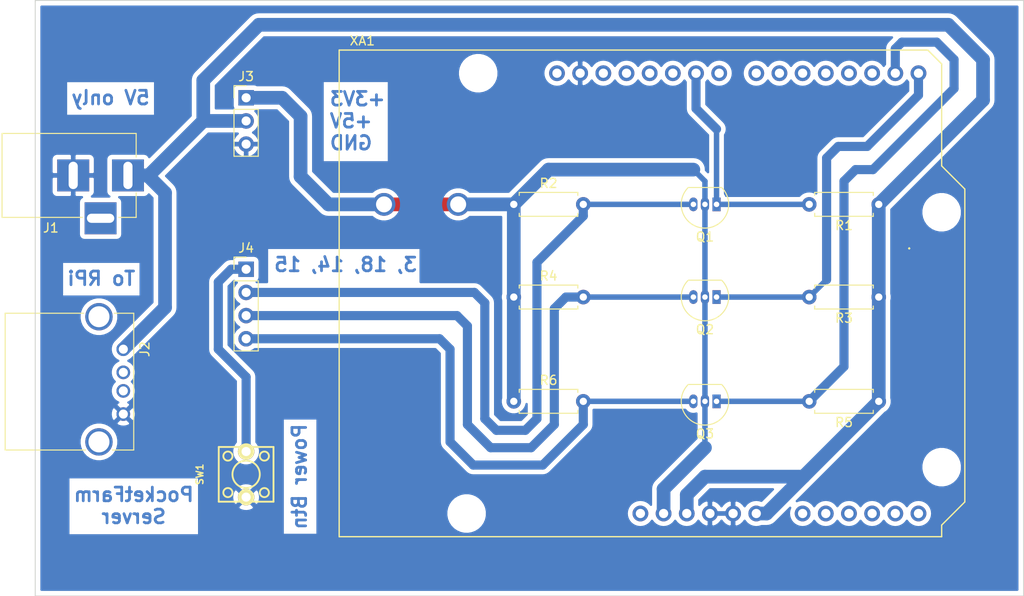
<source format=kicad_pcb>
(kicad_pcb (version 4) (host pcbnew 4.0.7)

  (general
    (links 34)
    (no_connects 1)
    (area 115.138999 46.177999 223.570001 111.556001)
    (thickness 1.6)
    (drawings 11)
    (tracks 97)
    (zones 0)
    (modules 15)
    (nets 34)
  )

  (page A4)
  (layers
    (0 F.Cu signal)
    (31 B.Cu signal)
    (32 B.Adhes user)
    (33 F.Adhes user)
    (34 B.Paste user)
    (35 F.Paste user)
    (36 B.SilkS user)
    (37 F.SilkS user)
    (38 B.Mask user)
    (39 F.Mask user)
    (40 Dwgs.User user)
    (41 Cmts.User user)
    (42 Eco1.User user)
    (43 Eco2.User user)
    (44 Edge.Cuts user)
    (45 Margin user)
    (46 B.CrtYd user)
    (47 F.CrtYd user)
    (48 B.Fab user)
    (49 F.Fab user)
  )

  (setup
    (last_trace_width 1)
    (user_trace_width 0.9)
    (trace_clearance 0.5)
    (zone_clearance 0.508)
    (zone_45_only no)
    (trace_min 0.2)
    (segment_width 0.2)
    (edge_width 0.1)
    (via_size 2.5)
    (via_drill 1.75)
    (via_min_size 0.4)
    (via_min_drill 0.3)
    (uvia_size 0.3)
    (uvia_drill 0.1)
    (uvias_allowed no)
    (uvia_min_size 0.2)
    (uvia_min_drill 0.1)
    (pcb_text_width 0.3)
    (pcb_text_size 1.5 1.5)
    (mod_edge_width 0.15)
    (mod_text_size 1 1)
    (mod_text_width 0.15)
    (pad_size 1.5 1.5)
    (pad_drill 0.6)
    (pad_to_mask_clearance 0)
    (aux_axis_origin 0 0)
    (grid_origin 207.645 84.328)
    (visible_elements 7FFFFFFF)
    (pcbplotparams
      (layerselection 0x00030_80000001)
      (usegerberextensions false)
      (excludeedgelayer true)
      (linewidth 0.100000)
      (plotframeref false)
      (viasonmask false)
      (mode 1)
      (useauxorigin false)
      (hpglpennumber 1)
      (hpglpenspeed 20)
      (hpglpendiameter 15)
      (hpglpenoverlay 2)
      (psnegative false)
      (psa4output false)
      (plotreference true)
      (plotvalue true)
      (plotinvisibletext false)
      (padsonsilk false)
      (subtractmaskfromsilk false)
      (outputformat 1)
      (mirror false)
      (drillshape 1)
      (scaleselection 1)
      (outputdirectory ./))
  )

  (net 0 "")
  (net 1 +5V)
  (net 2 GND)
  (net 3 "Net-(J1-Pad3)")
  (net 4 "Net-(J2-Pad3)")
  (net 5 "Net-(J2-Pad2)")
  (net 6 "Net-(J2-Pad5)")
  (net 7 +3V3)
  (net 8 /GPIO18)
  (net 9 /TXD0_14)
  (net 10 /RXD0_15)
  (net 11 "Net-(Q1-Pad1)")
  (net 12 "Net-(Q2-Pad1)")
  (net 13 "Net-(Q3-Pad1)")
  (net 14 "Net-(XA1-PadA0)")
  (net 15 "Net-(XA1-PadRST1)")
  (net 16 "Net-(XA1-PadD2)")
  (net 17 "Net-(XA1-PadD3)")
  (net 18 "Net-(XA1-PadD4)")
  (net 19 "Net-(XA1-PadD5)")
  (net 20 "Net-(XA1-PadD6)")
  (net 21 "Net-(XA1-PadD7)")
  (net 22 "Net-(XA1-PadD8)")
  (net 23 "Net-(XA1-PadD10)")
  (net 24 "Net-(XA1-PadAREF)")
  (net 25 "Net-(XA1-PadD13)")
  (net 26 "Net-(XA1-PadD12)")
  (net 27 "Net-(XA1-PadD11)")
  (net 28 "Net-(XA1-PadA1)")
  (net 29 "Net-(XA1-PadA2)")
  (net 30 "Net-(XA1-PadA3)")
  (net 31 "Net-(XA1-PadA4)")
  (net 32 "Net-(XA1-PadA5)")
  (net 33 /GPIO3)

  (net_class Default "This is the default net class."
    (clearance 0.5)
    (trace_width 1)
    (via_dia 2.5)
    (via_drill 1.75)
    (uvia_dia 0.3)
    (uvia_drill 0.1)
    (add_net /GPIO18)
    (add_net /GPIO3)
    (add_net /RXD0_15)
    (add_net /TXD0_14)
    (add_net "Net-(J1-Pad3)")
    (add_net "Net-(J2-Pad2)")
    (add_net "Net-(J2-Pad3)")
    (add_net "Net-(J2-Pad5)")
    (add_net "Net-(Q1-Pad1)")
    (add_net "Net-(Q2-Pad1)")
    (add_net "Net-(Q3-Pad1)")
    (add_net "Net-(XA1-PadA0)")
    (add_net "Net-(XA1-PadA1)")
    (add_net "Net-(XA1-PadA2)")
    (add_net "Net-(XA1-PadA3)")
    (add_net "Net-(XA1-PadA4)")
    (add_net "Net-(XA1-PadA5)")
    (add_net "Net-(XA1-PadAREF)")
    (add_net "Net-(XA1-PadD10)")
    (add_net "Net-(XA1-PadD11)")
    (add_net "Net-(XA1-PadD12)")
    (add_net "Net-(XA1-PadD13)")
    (add_net "Net-(XA1-PadD2)")
    (add_net "Net-(XA1-PadD3)")
    (add_net "Net-(XA1-PadD4)")
    (add_net "Net-(XA1-PadD5)")
    (add_net "Net-(XA1-PadD6)")
    (add_net "Net-(XA1-PadD7)")
    (add_net "Net-(XA1-PadD8)")
    (add_net "Net-(XA1-PadRST1)")
  )

  (net_class Power ""
    (clearance 0.5)
    (trace_width 1.5)
    (via_dia 2.5)
    (via_drill 1.75)
    (uvia_dia 0.3)
    (uvia_drill 0.1)
    (add_net +3V3)
    (add_net +5V)
    (add_net GND)
  )

  (module Connectors:BARREL_JACK (layer F.Cu) (tedit 5861378E) (tstamp 5A81EE5F)
    (at 125.349 65.405)
    (descr "DC Barrel Jack")
    (tags "Power Jack")
    (path /5A81CF9A)
    (fp_text reference J1 (at -8.45 5.75 180) (layer F.SilkS)
      (effects (font (size 1 1) (thickness 0.15)))
    )
    (fp_text value Jack-DC (at -6.2 -5.5) (layer F.Fab)
      (effects (font (size 1 1) (thickness 0.15)))
    )
    (fp_line (start 1 -4.5) (end 1 -4.75) (layer F.CrtYd) (width 0.05))
    (fp_line (start 1 -4.75) (end -14 -4.75) (layer F.CrtYd) (width 0.05))
    (fp_line (start 1 -4.5) (end 1 -2) (layer F.CrtYd) (width 0.05))
    (fp_line (start 1 -2) (end 2 -2) (layer F.CrtYd) (width 0.05))
    (fp_line (start 2 -2) (end 2 2) (layer F.CrtYd) (width 0.05))
    (fp_line (start 2 2) (end 1 2) (layer F.CrtYd) (width 0.05))
    (fp_line (start 1 2) (end 1 4.75) (layer F.CrtYd) (width 0.05))
    (fp_line (start 1 4.75) (end -1 4.75) (layer F.CrtYd) (width 0.05))
    (fp_line (start -1 4.75) (end -1 6.75) (layer F.CrtYd) (width 0.05))
    (fp_line (start -1 6.75) (end -5 6.75) (layer F.CrtYd) (width 0.05))
    (fp_line (start -5 6.75) (end -5 4.75) (layer F.CrtYd) (width 0.05))
    (fp_line (start -5 4.75) (end -14 4.75) (layer F.CrtYd) (width 0.05))
    (fp_line (start -14 4.75) (end -14 -4.75) (layer F.CrtYd) (width 0.05))
    (fp_line (start -5 4.6) (end -13.8 4.6) (layer F.SilkS) (width 0.12))
    (fp_line (start -13.8 4.6) (end -13.8 -4.6) (layer F.SilkS) (width 0.12))
    (fp_line (start 0.9 1.9) (end 0.9 4.6) (layer F.SilkS) (width 0.12))
    (fp_line (start 0.9 4.6) (end -1 4.6) (layer F.SilkS) (width 0.12))
    (fp_line (start -13.8 -4.6) (end 0.9 -4.6) (layer F.SilkS) (width 0.12))
    (fp_line (start 0.9 -4.6) (end 0.9 -2) (layer F.SilkS) (width 0.12))
    (fp_line (start -10.2 -4.5) (end -10.2 4.5) (layer F.Fab) (width 0.1))
    (fp_line (start -13.7 -4.5) (end -13.7 4.5) (layer F.Fab) (width 0.1))
    (fp_line (start -13.7 4.5) (end 0.8 4.5) (layer F.Fab) (width 0.1))
    (fp_line (start 0.8 4.5) (end 0.8 -4.5) (layer F.Fab) (width 0.1))
    (fp_line (start 0.8 -4.5) (end -13.7 -4.5) (layer F.Fab) (width 0.1))
    (pad 1 thru_hole rect (at 0 0) (size 3.5 3.5) (drill oval 1 3) (layers *.Cu *.Mask)
      (net 1 +5V))
    (pad 2 thru_hole rect (at -6 0) (size 3.5 3.5) (drill oval 1 3) (layers *.Cu *.Mask)
      (net 2 GND))
    (pad 3 thru_hole rect (at -3 4.7) (size 3.5 3.5) (drill oval 3 1) (layers *.Cu *.Mask)
      (net 3 "Net-(J1-Pad3)"))
  )

  (module Connectors:USB_A (layer F.Cu) (tedit 5543E289) (tstamp 5A81EE73)
    (at 124.841 84.455 270)
    (descr "USB A connector")
    (tags "USB USB_A")
    (path /5A81E5F4)
    (fp_text reference J2 (at 0 -2.35 270) (layer F.SilkS)
      (effects (font (size 1 1) (thickness 0.15)))
    )
    (fp_text value USB_A (at 3.84 7.44 270) (layer F.Fab)
      (effects (font (size 1 1) (thickness 0.15)))
    )
    (fp_line (start -5.3 13.2) (end -5.3 -1.4) (layer F.CrtYd) (width 0.05))
    (fp_line (start 11.95 -1.4) (end 11.95 13.2) (layer F.CrtYd) (width 0.05))
    (fp_line (start -5.3 13.2) (end 11.95 13.2) (layer F.CrtYd) (width 0.05))
    (fp_line (start -5.3 -1.4) (end 11.95 -1.4) (layer F.CrtYd) (width 0.05))
    (fp_line (start 11.05 -1.14) (end 11.05 1.19) (layer F.SilkS) (width 0.12))
    (fp_line (start -3.94 -1.14) (end -3.94 0.98) (layer F.SilkS) (width 0.12))
    (fp_line (start 11.05 -1.14) (end -3.94 -1.14) (layer F.SilkS) (width 0.12))
    (fp_line (start 11.05 12.95) (end -3.94 12.95) (layer F.SilkS) (width 0.12))
    (fp_line (start 11.05 4.15) (end 11.05 12.95) (layer F.SilkS) (width 0.12))
    (fp_line (start -3.94 4.35) (end -3.94 12.95) (layer F.SilkS) (width 0.12))
    (pad 4 thru_hole circle (at 7.11 0 180) (size 1.5 1.5) (drill 1) (layers *.Cu *.Mask)
      (net 2 GND))
    (pad 3 thru_hole circle (at 4.57 0 180) (size 1.5 1.5) (drill 1) (layers *.Cu *.Mask)
      (net 4 "Net-(J2-Pad3)"))
    (pad 2 thru_hole circle (at 2.54 0 180) (size 1.5 1.5) (drill 1) (layers *.Cu *.Mask)
      (net 5 "Net-(J2-Pad2)"))
    (pad 1 thru_hole circle (at 0 0 180) (size 1.5 1.5) (drill 1) (layers *.Cu *.Mask)
      (net 1 +5V))
    (pad 5 thru_hole circle (at 10.16 2.67 180) (size 3 3) (drill 2.3) (layers *.Cu *.Mask)
      (net 6 "Net-(J2-Pad5)"))
    (pad 5 thru_hole circle (at -3.56 2.67 180) (size 3 3) (drill 2.3) (layers *.Cu *.Mask)
      (net 6 "Net-(J2-Pad5)"))
    (model ${KISYS3DMOD}/Connectors.3dshapes/USB_A.wrl
      (at (xyz 0.14 0 0))
      (scale (xyz 1 1 1))
      (rotate (xyz 0 0 90))
    )
  )

  (module Pin_Headers:Pin_Header_Straight_1x03_Pitch2.54mm (layer F.Cu) (tedit 59650532) (tstamp 5A81EE8A)
    (at 138.303 56.896)
    (descr "Through hole straight pin header, 1x03, 2.54mm pitch, single row")
    (tags "Through hole pin header THT 1x03 2.54mm single row")
    (path /5A81E87A)
    (fp_text reference J3 (at 0 -2.33) (layer F.SilkS)
      (effects (font (size 1 1) (thickness 0.15)))
    )
    (fp_text value Conn_01x03_Male (at 0 7.41) (layer F.Fab)
      (effects (font (size 1 1) (thickness 0.15)))
    )
    (fp_line (start -0.635 -1.27) (end 1.27 -1.27) (layer F.Fab) (width 0.1))
    (fp_line (start 1.27 -1.27) (end 1.27 6.35) (layer F.Fab) (width 0.1))
    (fp_line (start 1.27 6.35) (end -1.27 6.35) (layer F.Fab) (width 0.1))
    (fp_line (start -1.27 6.35) (end -1.27 -0.635) (layer F.Fab) (width 0.1))
    (fp_line (start -1.27 -0.635) (end -0.635 -1.27) (layer F.Fab) (width 0.1))
    (fp_line (start -1.33 6.41) (end 1.33 6.41) (layer F.SilkS) (width 0.12))
    (fp_line (start -1.33 1.27) (end -1.33 6.41) (layer F.SilkS) (width 0.12))
    (fp_line (start 1.33 1.27) (end 1.33 6.41) (layer F.SilkS) (width 0.12))
    (fp_line (start -1.33 1.27) (end 1.33 1.27) (layer F.SilkS) (width 0.12))
    (fp_line (start -1.33 0) (end -1.33 -1.33) (layer F.SilkS) (width 0.12))
    (fp_line (start -1.33 -1.33) (end 0 -1.33) (layer F.SilkS) (width 0.12))
    (fp_line (start -1.8 -1.8) (end -1.8 6.85) (layer F.CrtYd) (width 0.05))
    (fp_line (start -1.8 6.85) (end 1.8 6.85) (layer F.CrtYd) (width 0.05))
    (fp_line (start 1.8 6.85) (end 1.8 -1.8) (layer F.CrtYd) (width 0.05))
    (fp_line (start 1.8 -1.8) (end -1.8 -1.8) (layer F.CrtYd) (width 0.05))
    (fp_text user %R (at 0 2.54 90) (layer F.Fab)
      (effects (font (size 1 1) (thickness 0.15)))
    )
    (pad 1 thru_hole rect (at 0 0) (size 1.7 1.7) (drill 1) (layers *.Cu *.Mask)
      (net 7 +3V3))
    (pad 2 thru_hole oval (at 0 2.54) (size 1.7 1.7) (drill 1) (layers *.Cu *.Mask)
      (net 1 +5V))
    (pad 3 thru_hole oval (at 0 5.08) (size 1.7 1.7) (drill 1) (layers *.Cu *.Mask)
      (net 2 GND))
    (model ${KISYS3DMOD}/Pin_Headers.3dshapes/Pin_Header_Straight_1x03_Pitch2.54mm.wrl
      (at (xyz 0 0 0))
      (scale (xyz 1 1 1))
      (rotate (xyz 0 0 0))
    )
  )

  (module Pin_Headers:Pin_Header_Straight_1x04_Pitch2.54mm (layer F.Cu) (tedit 59650532) (tstamp 5A81EEA2)
    (at 138.303 75.692)
    (descr "Through hole straight pin header, 1x04, 2.54mm pitch, single row")
    (tags "Through hole pin header THT 1x04 2.54mm single row")
    (path /5A81F0AD)
    (fp_text reference J4 (at 0 -2.33) (layer F.SilkS)
      (effects (font (size 1 1) (thickness 0.15)))
    )
    (fp_text value Conn_01x04_Male (at 0 9.95) (layer F.Fab)
      (effects (font (size 1 1) (thickness 0.15)))
    )
    (fp_line (start -0.635 -1.27) (end 1.27 -1.27) (layer F.Fab) (width 0.1))
    (fp_line (start 1.27 -1.27) (end 1.27 8.89) (layer F.Fab) (width 0.1))
    (fp_line (start 1.27 8.89) (end -1.27 8.89) (layer F.Fab) (width 0.1))
    (fp_line (start -1.27 8.89) (end -1.27 -0.635) (layer F.Fab) (width 0.1))
    (fp_line (start -1.27 -0.635) (end -0.635 -1.27) (layer F.Fab) (width 0.1))
    (fp_line (start -1.33 8.95) (end 1.33 8.95) (layer F.SilkS) (width 0.12))
    (fp_line (start -1.33 1.27) (end -1.33 8.95) (layer F.SilkS) (width 0.12))
    (fp_line (start 1.33 1.27) (end 1.33 8.95) (layer F.SilkS) (width 0.12))
    (fp_line (start -1.33 1.27) (end 1.33 1.27) (layer F.SilkS) (width 0.12))
    (fp_line (start -1.33 0) (end -1.33 -1.33) (layer F.SilkS) (width 0.12))
    (fp_line (start -1.33 -1.33) (end 0 -1.33) (layer F.SilkS) (width 0.12))
    (fp_line (start -1.8 -1.8) (end -1.8 9.4) (layer F.CrtYd) (width 0.05))
    (fp_line (start -1.8 9.4) (end 1.8 9.4) (layer F.CrtYd) (width 0.05))
    (fp_line (start 1.8 9.4) (end 1.8 -1.8) (layer F.CrtYd) (width 0.05))
    (fp_line (start 1.8 -1.8) (end -1.8 -1.8) (layer F.CrtYd) (width 0.05))
    (fp_text user %R (at 0 3.81 90) (layer F.Fab)
      (effects (font (size 1 1) (thickness 0.15)))
    )
    (pad 1 thru_hole rect (at 0 0) (size 1.7 1.7) (drill 1) (layers *.Cu *.Mask)
      (net 33 /GPIO3))
    (pad 2 thru_hole oval (at 0 2.54) (size 1.7 1.7) (drill 1) (layers *.Cu *.Mask)
      (net 8 /GPIO18))
    (pad 3 thru_hole oval (at 0 5.08) (size 1.7 1.7) (drill 1) (layers *.Cu *.Mask)
      (net 9 /TXD0_14))
    (pad 4 thru_hole oval (at 0 7.62) (size 1.7 1.7) (drill 1) (layers *.Cu *.Mask)
      (net 10 /RXD0_15))
    (model ${KISYS3DMOD}/Pin_Headers.3dshapes/Pin_Header_Straight_1x04_Pitch2.54mm.wrl
      (at (xyz 0 0 0))
      (scale (xyz 1 1 1))
      (rotate (xyz 0 0 0))
    )
  )

  (module TO_SOT_Packages_THT:TO-92_Inline_Narrow_Oval (layer F.Cu) (tedit 58CE52AF) (tstamp 5A81EEB4)
    (at 189.865 68.58 180)
    (descr "TO-92 leads in-line, narrow, oval pads, drill 0.6mm (see NXP sot054_po.pdf)")
    (tags "to-92 sc-43 sc-43a sot54 PA33 transistor")
    (path /5A81F72D)
    (fp_text reference Q1 (at 1.27 -3.56 180) (layer F.SilkS)
      (effects (font (size 1 1) (thickness 0.15)))
    )
    (fp_text value 2N7000 (at 1.27 2.79 180) (layer F.Fab)
      (effects (font (size 1 1) (thickness 0.15)))
    )
    (fp_text user %R (at 1.27 -3.56 180) (layer F.Fab)
      (effects (font (size 1 1) (thickness 0.15)))
    )
    (fp_line (start -0.53 1.85) (end 3.07 1.85) (layer F.SilkS) (width 0.12))
    (fp_line (start -0.5 1.75) (end 3 1.75) (layer F.Fab) (width 0.1))
    (fp_line (start -1.46 -2.73) (end 4 -2.73) (layer F.CrtYd) (width 0.05))
    (fp_line (start -1.46 -2.73) (end -1.46 2.01) (layer F.CrtYd) (width 0.05))
    (fp_line (start 4 2.01) (end 4 -2.73) (layer F.CrtYd) (width 0.05))
    (fp_line (start 4 2.01) (end -1.46 2.01) (layer F.CrtYd) (width 0.05))
    (fp_arc (start 1.27 0) (end 1.27 -2.48) (angle 135) (layer F.Fab) (width 0.1))
    (fp_arc (start 1.27 0) (end 1.27 -2.6) (angle -135) (layer F.SilkS) (width 0.12))
    (fp_arc (start 1.27 0) (end 1.27 -2.48) (angle -135) (layer F.Fab) (width 0.1))
    (fp_arc (start 1.27 0) (end 1.27 -2.6) (angle 135) (layer F.SilkS) (width 0.12))
    (pad 2 thru_hole oval (at 1.27 0) (size 0.9 1.5) (drill 0.6) (layers *.Cu *.Mask)
      (net 7 +3V3))
    (pad 3 thru_hole oval (at 2.54 0) (size 0.9 1.5) (drill 0.6) (layers *.Cu *.Mask)
      (net 8 /GPIO18))
    (pad 1 thru_hole rect (at 0 0) (size 0.9 1.5) (drill 0.6) (layers *.Cu *.Mask)
      (net 11 "Net-(Q1-Pad1)"))
    (model ${KISYS3DMOD}/TO_SOT_Packages_THT.3dshapes/TO-92_Inline_Narrow_Oval.wrl
      (at (xyz 0.05 0 0))
      (scale (xyz 1 1 1))
      (rotate (xyz 0 0 -90))
    )
  )

  (module TO_SOT_Packages_THT:TO-92_Inline_Narrow_Oval (layer F.Cu) (tedit 58CE52AF) (tstamp 5A81EEC6)
    (at 189.865 78.74 180)
    (descr "TO-92 leads in-line, narrow, oval pads, drill 0.6mm (see NXP sot054_po.pdf)")
    (tags "to-92 sc-43 sc-43a sot54 PA33 transistor")
    (path /5A81F67D)
    (fp_text reference Q2 (at 1.27 -3.56 180) (layer F.SilkS)
      (effects (font (size 1 1) (thickness 0.15)))
    )
    (fp_text value 2N7000 (at 1.27 2.79 180) (layer F.Fab)
      (effects (font (size 1 1) (thickness 0.15)))
    )
    (fp_text user %R (at 1.27 -3.56 180) (layer F.Fab)
      (effects (font (size 1 1) (thickness 0.15)))
    )
    (fp_line (start -0.53 1.85) (end 3.07 1.85) (layer F.SilkS) (width 0.12))
    (fp_line (start -0.5 1.75) (end 3 1.75) (layer F.Fab) (width 0.1))
    (fp_line (start -1.46 -2.73) (end 4 -2.73) (layer F.CrtYd) (width 0.05))
    (fp_line (start -1.46 -2.73) (end -1.46 2.01) (layer F.CrtYd) (width 0.05))
    (fp_line (start 4 2.01) (end 4 -2.73) (layer F.CrtYd) (width 0.05))
    (fp_line (start 4 2.01) (end -1.46 2.01) (layer F.CrtYd) (width 0.05))
    (fp_arc (start 1.27 0) (end 1.27 -2.48) (angle 135) (layer F.Fab) (width 0.1))
    (fp_arc (start 1.27 0) (end 1.27 -2.6) (angle -135) (layer F.SilkS) (width 0.12))
    (fp_arc (start 1.27 0) (end 1.27 -2.48) (angle -135) (layer F.Fab) (width 0.1))
    (fp_arc (start 1.27 0) (end 1.27 -2.6) (angle 135) (layer F.SilkS) (width 0.12))
    (pad 2 thru_hole oval (at 1.27 0) (size 0.9 1.5) (drill 0.6) (layers *.Cu *.Mask)
      (net 7 +3V3))
    (pad 3 thru_hole oval (at 2.54 0) (size 0.9 1.5) (drill 0.6) (layers *.Cu *.Mask)
      (net 9 /TXD0_14))
    (pad 1 thru_hole rect (at 0 0) (size 0.9 1.5) (drill 0.6) (layers *.Cu *.Mask)
      (net 12 "Net-(Q2-Pad1)"))
    (model ${KISYS3DMOD}/TO_SOT_Packages_THT.3dshapes/TO-92_Inline_Narrow_Oval.wrl
      (at (xyz 0.05 0 0))
      (scale (xyz 1 1 1))
      (rotate (xyz 0 0 -90))
    )
  )

  (module TO_SOT_Packages_THT:TO-92_Inline_Narrow_Oval (layer F.Cu) (tedit 58CE52AF) (tstamp 5A81EED8)
    (at 189.865 90.17 180)
    (descr "TO-92 leads in-line, narrow, oval pads, drill 0.6mm (see NXP sot054_po.pdf)")
    (tags "to-92 sc-43 sc-43a sot54 PA33 transistor")
    (path /5A81F261)
    (fp_text reference Q3 (at 1.27 -3.56 180) (layer F.SilkS)
      (effects (font (size 1 1) (thickness 0.15)))
    )
    (fp_text value 2N7000 (at 1.27 2.79 180) (layer F.Fab)
      (effects (font (size 1 1) (thickness 0.15)))
    )
    (fp_text user %R (at 1.27 -3.56 180) (layer F.Fab)
      (effects (font (size 1 1) (thickness 0.15)))
    )
    (fp_line (start -0.53 1.85) (end 3.07 1.85) (layer F.SilkS) (width 0.12))
    (fp_line (start -0.5 1.75) (end 3 1.75) (layer F.Fab) (width 0.1))
    (fp_line (start -1.46 -2.73) (end 4 -2.73) (layer F.CrtYd) (width 0.05))
    (fp_line (start -1.46 -2.73) (end -1.46 2.01) (layer F.CrtYd) (width 0.05))
    (fp_line (start 4 2.01) (end 4 -2.73) (layer F.CrtYd) (width 0.05))
    (fp_line (start 4 2.01) (end -1.46 2.01) (layer F.CrtYd) (width 0.05))
    (fp_arc (start 1.27 0) (end 1.27 -2.48) (angle 135) (layer F.Fab) (width 0.1))
    (fp_arc (start 1.27 0) (end 1.27 -2.6) (angle -135) (layer F.SilkS) (width 0.12))
    (fp_arc (start 1.27 0) (end 1.27 -2.48) (angle -135) (layer F.Fab) (width 0.1))
    (fp_arc (start 1.27 0) (end 1.27 -2.6) (angle 135) (layer F.SilkS) (width 0.12))
    (pad 2 thru_hole oval (at 1.27 0) (size 0.9 1.5) (drill 0.6) (layers *.Cu *.Mask)
      (net 7 +3V3))
    (pad 3 thru_hole oval (at 2.54 0) (size 0.9 1.5) (drill 0.6) (layers *.Cu *.Mask)
      (net 10 /RXD0_15))
    (pad 1 thru_hole rect (at 0 0) (size 0.9 1.5) (drill 0.6) (layers *.Cu *.Mask)
      (net 13 "Net-(Q3-Pad1)"))
    (model ${KISYS3DMOD}/TO_SOT_Packages_THT.3dshapes/TO-92_Inline_Narrow_Oval.wrl
      (at (xyz 0.05 0 0))
      (scale (xyz 1 1 1))
      (rotate (xyz 0 0 -90))
    )
  )

  (module Resistors_THT:R_Axial_DIN0207_L6.3mm_D2.5mm_P7.62mm_Horizontal (layer F.Cu) (tedit 5A81FD43) (tstamp 5A81EEEE)
    (at 207.645 68.58 180)
    (descr "Resistor, Axial_DIN0207 series, Axial, Horizontal, pin pitch=7.62mm, 0.25W = 1/4W, length*diameter=6.3*2.5mm^2, http://cdn-reichelt.de/documents/datenblatt/B400/1_4W%23YAG.pdf")
    (tags "Resistor Axial_DIN0207 series Axial Horizontal pin pitch 7.62mm 0.25W = 1/4W length 6.3mm diameter 2.5mm")
    (path /5A81F739)
    (fp_text reference R1 (at 3.81 -2.31 360) (layer F.SilkS)
      (effects (font (size 1 1) (thickness 0.15)))
    )
    (fp_text value 10k (at 3.81 2.31 180) (layer F.Fab)
      (effects (font (size 1 1) (thickness 0.15)))
    )
    (fp_line (start 0.66 -1.25) (end 0.66 1.25) (layer F.Fab) (width 0.1))
    (fp_line (start 0.66 1.25) (end 6.96 1.25) (layer F.Fab) (width 0.1))
    (fp_line (start 6.96 1.25) (end 6.96 -1.25) (layer F.Fab) (width 0.1))
    (fp_line (start 6.96 -1.25) (end 0.66 -1.25) (layer F.Fab) (width 0.1))
    (fp_line (start 0 0) (end 0.66 0) (layer F.Fab) (width 0.1))
    (fp_line (start 7.62 0) (end 6.96 0) (layer F.Fab) (width 0.1))
    (fp_line (start 0.6 -0.98) (end 0.6 -1.31) (layer F.SilkS) (width 0.12))
    (fp_line (start 0.6 -1.31) (end 7.02 -1.31) (layer F.SilkS) (width 0.12))
    (fp_line (start 7.02 -1.31) (end 7.02 -0.98) (layer F.SilkS) (width 0.12))
    (fp_line (start 0.6 0.98) (end 0.6 1.31) (layer F.SilkS) (width 0.12))
    (fp_line (start 0.6 1.31) (end 7.02 1.31) (layer F.SilkS) (width 0.12))
    (fp_line (start 7.02 1.31) (end 7.02 0.98) (layer F.SilkS) (width 0.12))
    (fp_line (start -1.05 -1.6) (end -1.05 1.6) (layer F.CrtYd) (width 0.05))
    (fp_line (start -1.05 1.6) (end 8.7 1.6) (layer F.CrtYd) (width 0.05))
    (fp_line (start 8.7 1.6) (end 8.7 -1.6) (layer F.CrtYd) (width 0.05))
    (fp_line (start 8.7 -1.6) (end -1.05 -1.6) (layer F.CrtYd) (width 0.05))
    (pad 1 thru_hole circle (at 0 0 180) (size 1.6 1.6) (drill 0.8) (layers *.Cu *.Mask)
      (net 1 +5V))
    (pad 2 thru_hole oval (at 7.62 0 180) (size 1.6 1.6) (drill 0.8) (layers *.Cu *.Mask)
      (net 11 "Net-(Q1-Pad1)"))
    (model ${KISYS3DMOD}/Resistors_THT.3dshapes/R_Axial_DIN0207_L6.3mm_D2.5mm_P7.62mm_Horizontal.wrl
      (at (xyz 0 0 0))
      (scale (xyz 0.393701 0.393701 0.393701))
      (rotate (xyz 0 0 0))
    )
  )

  (module Resistors_THT:R_Axial_DIN0207_L6.3mm_D2.5mm_P7.62mm_Horizontal (layer F.Cu) (tedit 5874F706) (tstamp 5A81EF04)
    (at 167.64 68.58)
    (descr "Resistor, Axial_DIN0207 series, Axial, Horizontal, pin pitch=7.62mm, 0.25W = 1/4W, length*diameter=6.3*2.5mm^2, http://cdn-reichelt.de/documents/datenblatt/B400/1_4W%23YAG.pdf")
    (tags "Resistor Axial_DIN0207 series Axial Horizontal pin pitch 7.62mm 0.25W = 1/4W length 6.3mm diameter 2.5mm")
    (path /5A81F733)
    (fp_text reference R2 (at 3.81 -2.31) (layer F.SilkS)
      (effects (font (size 1 1) (thickness 0.15)))
    )
    (fp_text value 10k (at 3.81 2.31) (layer F.Fab)
      (effects (font (size 1 1) (thickness 0.15)))
    )
    (fp_line (start 0.66 -1.25) (end 0.66 1.25) (layer F.Fab) (width 0.1))
    (fp_line (start 0.66 1.25) (end 6.96 1.25) (layer F.Fab) (width 0.1))
    (fp_line (start 6.96 1.25) (end 6.96 -1.25) (layer F.Fab) (width 0.1))
    (fp_line (start 6.96 -1.25) (end 0.66 -1.25) (layer F.Fab) (width 0.1))
    (fp_line (start 0 0) (end 0.66 0) (layer F.Fab) (width 0.1))
    (fp_line (start 7.62 0) (end 6.96 0) (layer F.Fab) (width 0.1))
    (fp_line (start 0.6 -0.98) (end 0.6 -1.31) (layer F.SilkS) (width 0.12))
    (fp_line (start 0.6 -1.31) (end 7.02 -1.31) (layer F.SilkS) (width 0.12))
    (fp_line (start 7.02 -1.31) (end 7.02 -0.98) (layer F.SilkS) (width 0.12))
    (fp_line (start 0.6 0.98) (end 0.6 1.31) (layer F.SilkS) (width 0.12))
    (fp_line (start 0.6 1.31) (end 7.02 1.31) (layer F.SilkS) (width 0.12))
    (fp_line (start 7.02 1.31) (end 7.02 0.98) (layer F.SilkS) (width 0.12))
    (fp_line (start -1.05 -1.6) (end -1.05 1.6) (layer F.CrtYd) (width 0.05))
    (fp_line (start -1.05 1.6) (end 8.7 1.6) (layer F.CrtYd) (width 0.05))
    (fp_line (start 8.7 1.6) (end 8.7 -1.6) (layer F.CrtYd) (width 0.05))
    (fp_line (start 8.7 -1.6) (end -1.05 -1.6) (layer F.CrtYd) (width 0.05))
    (pad 1 thru_hole circle (at 0 0) (size 1.6 1.6) (drill 0.8) (layers *.Cu *.Mask)
      (net 7 +3V3))
    (pad 2 thru_hole oval (at 7.62 0) (size 1.6 1.6) (drill 0.8) (layers *.Cu *.Mask)
      (net 8 /GPIO18))
    (model ${KISYS3DMOD}/Resistors_THT.3dshapes/R_Axial_DIN0207_L6.3mm_D2.5mm_P7.62mm_Horizontal.wrl
      (at (xyz 0 0 0))
      (scale (xyz 0.393701 0.393701 0.393701))
      (rotate (xyz 0 0 0))
    )
  )

  (module Resistors_THT:R_Axial_DIN0207_L6.3mm_D2.5mm_P7.62mm_Horizontal (layer F.Cu) (tedit 5874F706) (tstamp 5A81EF1A)
    (at 207.645 78.74 180)
    (descr "Resistor, Axial_DIN0207 series, Axial, Horizontal, pin pitch=7.62mm, 0.25W = 1/4W, length*diameter=6.3*2.5mm^2, http://cdn-reichelt.de/documents/datenblatt/B400/1_4W%23YAG.pdf")
    (tags "Resistor Axial_DIN0207 series Axial Horizontal pin pitch 7.62mm 0.25W = 1/4W length 6.3mm diameter 2.5mm")
    (path /5A81F689)
    (fp_text reference R3 (at 3.81 -2.31 180) (layer F.SilkS)
      (effects (font (size 1 1) (thickness 0.15)))
    )
    (fp_text value 10k (at 3.81 2.31 180) (layer F.Fab)
      (effects (font (size 1 1) (thickness 0.15)))
    )
    (fp_line (start 0.66 -1.25) (end 0.66 1.25) (layer F.Fab) (width 0.1))
    (fp_line (start 0.66 1.25) (end 6.96 1.25) (layer F.Fab) (width 0.1))
    (fp_line (start 6.96 1.25) (end 6.96 -1.25) (layer F.Fab) (width 0.1))
    (fp_line (start 6.96 -1.25) (end 0.66 -1.25) (layer F.Fab) (width 0.1))
    (fp_line (start 0 0) (end 0.66 0) (layer F.Fab) (width 0.1))
    (fp_line (start 7.62 0) (end 6.96 0) (layer F.Fab) (width 0.1))
    (fp_line (start 0.6 -0.98) (end 0.6 -1.31) (layer F.SilkS) (width 0.12))
    (fp_line (start 0.6 -1.31) (end 7.02 -1.31) (layer F.SilkS) (width 0.12))
    (fp_line (start 7.02 -1.31) (end 7.02 -0.98) (layer F.SilkS) (width 0.12))
    (fp_line (start 0.6 0.98) (end 0.6 1.31) (layer F.SilkS) (width 0.12))
    (fp_line (start 0.6 1.31) (end 7.02 1.31) (layer F.SilkS) (width 0.12))
    (fp_line (start 7.02 1.31) (end 7.02 0.98) (layer F.SilkS) (width 0.12))
    (fp_line (start -1.05 -1.6) (end -1.05 1.6) (layer F.CrtYd) (width 0.05))
    (fp_line (start -1.05 1.6) (end 8.7 1.6) (layer F.CrtYd) (width 0.05))
    (fp_line (start 8.7 1.6) (end 8.7 -1.6) (layer F.CrtYd) (width 0.05))
    (fp_line (start 8.7 -1.6) (end -1.05 -1.6) (layer F.CrtYd) (width 0.05))
    (pad 1 thru_hole circle (at 0 0 180) (size 1.6 1.6) (drill 0.8) (layers *.Cu *.Mask)
      (net 1 +5V))
    (pad 2 thru_hole oval (at 7.62 0 180) (size 1.6 1.6) (drill 0.8) (layers *.Cu *.Mask)
      (net 12 "Net-(Q2-Pad1)"))
    (model ${KISYS3DMOD}/Resistors_THT.3dshapes/R_Axial_DIN0207_L6.3mm_D2.5mm_P7.62mm_Horizontal.wrl
      (at (xyz 0 0 0))
      (scale (xyz 0.393701 0.393701 0.393701))
      (rotate (xyz 0 0 0))
    )
  )

  (module Resistors_THT:R_Axial_DIN0207_L6.3mm_D2.5mm_P7.62mm_Horizontal (layer F.Cu) (tedit 5874F706) (tstamp 5A81EF30)
    (at 167.64 78.74)
    (descr "Resistor, Axial_DIN0207 series, Axial, Horizontal, pin pitch=7.62mm, 0.25W = 1/4W, length*diameter=6.3*2.5mm^2, http://cdn-reichelt.de/documents/datenblatt/B400/1_4W%23YAG.pdf")
    (tags "Resistor Axial_DIN0207 series Axial Horizontal pin pitch 7.62mm 0.25W = 1/4W length 6.3mm diameter 2.5mm")
    (path /5A81F683)
    (fp_text reference R4 (at 3.81 -2.31) (layer F.SilkS)
      (effects (font (size 1 1) (thickness 0.15)))
    )
    (fp_text value 10k (at 3.81 2.31) (layer F.Fab)
      (effects (font (size 1 1) (thickness 0.15)))
    )
    (fp_line (start 0.66 -1.25) (end 0.66 1.25) (layer F.Fab) (width 0.1))
    (fp_line (start 0.66 1.25) (end 6.96 1.25) (layer F.Fab) (width 0.1))
    (fp_line (start 6.96 1.25) (end 6.96 -1.25) (layer F.Fab) (width 0.1))
    (fp_line (start 6.96 -1.25) (end 0.66 -1.25) (layer F.Fab) (width 0.1))
    (fp_line (start 0 0) (end 0.66 0) (layer F.Fab) (width 0.1))
    (fp_line (start 7.62 0) (end 6.96 0) (layer F.Fab) (width 0.1))
    (fp_line (start 0.6 -0.98) (end 0.6 -1.31) (layer F.SilkS) (width 0.12))
    (fp_line (start 0.6 -1.31) (end 7.02 -1.31) (layer F.SilkS) (width 0.12))
    (fp_line (start 7.02 -1.31) (end 7.02 -0.98) (layer F.SilkS) (width 0.12))
    (fp_line (start 0.6 0.98) (end 0.6 1.31) (layer F.SilkS) (width 0.12))
    (fp_line (start 0.6 1.31) (end 7.02 1.31) (layer F.SilkS) (width 0.12))
    (fp_line (start 7.02 1.31) (end 7.02 0.98) (layer F.SilkS) (width 0.12))
    (fp_line (start -1.05 -1.6) (end -1.05 1.6) (layer F.CrtYd) (width 0.05))
    (fp_line (start -1.05 1.6) (end 8.7 1.6) (layer F.CrtYd) (width 0.05))
    (fp_line (start 8.7 1.6) (end 8.7 -1.6) (layer F.CrtYd) (width 0.05))
    (fp_line (start 8.7 -1.6) (end -1.05 -1.6) (layer F.CrtYd) (width 0.05))
    (pad 1 thru_hole circle (at 0 0) (size 1.6 1.6) (drill 0.8) (layers *.Cu *.Mask)
      (net 7 +3V3))
    (pad 2 thru_hole oval (at 7.62 0) (size 1.6 1.6) (drill 0.8) (layers *.Cu *.Mask)
      (net 9 /TXD0_14))
    (model ${KISYS3DMOD}/Resistors_THT.3dshapes/R_Axial_DIN0207_L6.3mm_D2.5mm_P7.62mm_Horizontal.wrl
      (at (xyz 0 0 0))
      (scale (xyz 0.393701 0.393701 0.393701))
      (rotate (xyz 0 0 0))
    )
  )

  (module Resistors_THT:R_Axial_DIN0207_L6.3mm_D2.5mm_P7.62mm_Horizontal (layer F.Cu) (tedit 5874F706) (tstamp 5A81EF46)
    (at 207.645 90.17 180)
    (descr "Resistor, Axial_DIN0207 series, Axial, Horizontal, pin pitch=7.62mm, 0.25W = 1/4W, length*diameter=6.3*2.5mm^2, http://cdn-reichelt.de/documents/datenblatt/B400/1_4W%23YAG.pdf")
    (tags "Resistor Axial_DIN0207 series Axial Horizontal pin pitch 7.62mm 0.25W = 1/4W length 6.3mm diameter 2.5mm")
    (path /5A81F3AC)
    (fp_text reference R5 (at 3.81 -2.31 180) (layer F.SilkS)
      (effects (font (size 1 1) (thickness 0.15)))
    )
    (fp_text value 10k (at 3.81 2.31 180) (layer F.Fab)
      (effects (font (size 1 1) (thickness 0.15)))
    )
    (fp_line (start 0.66 -1.25) (end 0.66 1.25) (layer F.Fab) (width 0.1))
    (fp_line (start 0.66 1.25) (end 6.96 1.25) (layer F.Fab) (width 0.1))
    (fp_line (start 6.96 1.25) (end 6.96 -1.25) (layer F.Fab) (width 0.1))
    (fp_line (start 6.96 -1.25) (end 0.66 -1.25) (layer F.Fab) (width 0.1))
    (fp_line (start 0 0) (end 0.66 0) (layer F.Fab) (width 0.1))
    (fp_line (start 7.62 0) (end 6.96 0) (layer F.Fab) (width 0.1))
    (fp_line (start 0.6 -0.98) (end 0.6 -1.31) (layer F.SilkS) (width 0.12))
    (fp_line (start 0.6 -1.31) (end 7.02 -1.31) (layer F.SilkS) (width 0.12))
    (fp_line (start 7.02 -1.31) (end 7.02 -0.98) (layer F.SilkS) (width 0.12))
    (fp_line (start 0.6 0.98) (end 0.6 1.31) (layer F.SilkS) (width 0.12))
    (fp_line (start 0.6 1.31) (end 7.02 1.31) (layer F.SilkS) (width 0.12))
    (fp_line (start 7.02 1.31) (end 7.02 0.98) (layer F.SilkS) (width 0.12))
    (fp_line (start -1.05 -1.6) (end -1.05 1.6) (layer F.CrtYd) (width 0.05))
    (fp_line (start -1.05 1.6) (end 8.7 1.6) (layer F.CrtYd) (width 0.05))
    (fp_line (start 8.7 1.6) (end 8.7 -1.6) (layer F.CrtYd) (width 0.05))
    (fp_line (start 8.7 -1.6) (end -1.05 -1.6) (layer F.CrtYd) (width 0.05))
    (pad 1 thru_hole circle (at 0 0 180) (size 1.6 1.6) (drill 0.8) (layers *.Cu *.Mask)
      (net 1 +5V))
    (pad 2 thru_hole oval (at 7.62 0 180) (size 1.6 1.6) (drill 0.8) (layers *.Cu *.Mask)
      (net 13 "Net-(Q3-Pad1)"))
    (model ${KISYS3DMOD}/Resistors_THT.3dshapes/R_Axial_DIN0207_L6.3mm_D2.5mm_P7.62mm_Horizontal.wrl
      (at (xyz 0 0 0))
      (scale (xyz 0.393701 0.393701 0.393701))
      (rotate (xyz 0 0 0))
    )
  )

  (module Resistors_THT:R_Axial_DIN0207_L6.3mm_D2.5mm_P7.62mm_Horizontal (layer F.Cu) (tedit 5874F706) (tstamp 5A81EF5C)
    (at 167.64 90.17)
    (descr "Resistor, Axial_DIN0207 series, Axial, Horizontal, pin pitch=7.62mm, 0.25W = 1/4W, length*diameter=6.3*2.5mm^2, http://cdn-reichelt.de/documents/datenblatt/B400/1_4W%23YAG.pdf")
    (tags "Resistor Axial_DIN0207 series Axial Horizontal pin pitch 7.62mm 0.25W = 1/4W length 6.3mm diameter 2.5mm")
    (path /5A81F305)
    (fp_text reference R6 (at 3.81 -2.31) (layer F.SilkS)
      (effects (font (size 1 1) (thickness 0.15)))
    )
    (fp_text value 10k (at 3.81 2.31) (layer F.Fab)
      (effects (font (size 1 1) (thickness 0.15)))
    )
    (fp_line (start 0.66 -1.25) (end 0.66 1.25) (layer F.Fab) (width 0.1))
    (fp_line (start 0.66 1.25) (end 6.96 1.25) (layer F.Fab) (width 0.1))
    (fp_line (start 6.96 1.25) (end 6.96 -1.25) (layer F.Fab) (width 0.1))
    (fp_line (start 6.96 -1.25) (end 0.66 -1.25) (layer F.Fab) (width 0.1))
    (fp_line (start 0 0) (end 0.66 0) (layer F.Fab) (width 0.1))
    (fp_line (start 7.62 0) (end 6.96 0) (layer F.Fab) (width 0.1))
    (fp_line (start 0.6 -0.98) (end 0.6 -1.31) (layer F.SilkS) (width 0.12))
    (fp_line (start 0.6 -1.31) (end 7.02 -1.31) (layer F.SilkS) (width 0.12))
    (fp_line (start 7.02 -1.31) (end 7.02 -0.98) (layer F.SilkS) (width 0.12))
    (fp_line (start 0.6 0.98) (end 0.6 1.31) (layer F.SilkS) (width 0.12))
    (fp_line (start 0.6 1.31) (end 7.02 1.31) (layer F.SilkS) (width 0.12))
    (fp_line (start 7.02 1.31) (end 7.02 0.98) (layer F.SilkS) (width 0.12))
    (fp_line (start -1.05 -1.6) (end -1.05 1.6) (layer F.CrtYd) (width 0.05))
    (fp_line (start -1.05 1.6) (end 8.7 1.6) (layer F.CrtYd) (width 0.05))
    (fp_line (start 8.7 1.6) (end 8.7 -1.6) (layer F.CrtYd) (width 0.05))
    (fp_line (start 8.7 -1.6) (end -1.05 -1.6) (layer F.CrtYd) (width 0.05))
    (pad 1 thru_hole circle (at 0 0) (size 1.6 1.6) (drill 0.8) (layers *.Cu *.Mask)
      (net 7 +3V3))
    (pad 2 thru_hole oval (at 7.62 0) (size 1.6 1.6) (drill 0.8) (layers *.Cu *.Mask)
      (net 10 /RXD0_15))
    (model ${KISYS3DMOD}/Resistors_THT.3dshapes/R_Axial_DIN0207_L6.3mm_D2.5mm_P7.62mm_Horizontal.wrl
      (at (xyz 0 0 0))
      (scale (xyz 0.393701 0.393701 0.393701))
      (rotate (xyz 0 0 0))
    )
  )

  (module switch:SPST-2-PIN_6mm_thru (layer F.Cu) (tedit 0) (tstamp 5A81EF6B)
    (at 138.303 98.171 270)
    (path /5A81E6B6)
    (fp_text reference SW1 (at 0 5.08 270) (layer F.SilkS)
      (effects (font (size 0.762 0.762) (thickness 0.1524)))
    )
    (fp_text value SW_SPST (at 0 0 270) (layer F.SilkS) hide
      (effects (font (size 0.762 0.762) (thickness 0.1524)))
    )
    (fp_circle (center -2 2) (end -2 2.5) (layer F.SilkS) (width 0.2032))
    (fp_circle (center 2 2) (end 2 2.5) (layer F.SilkS) (width 0.2032))
    (fp_circle (center 2 -2) (end 1.5 -2) (layer F.SilkS) (width 0.2032))
    (fp_circle (center -2 -2) (end -2.5 -2) (layer F.SilkS) (width 0.2032))
    (fp_circle (center 0 0) (end 0 -1.5) (layer F.SilkS) (width 0.2032))
    (fp_line (start -3 -3) (end -3 3) (layer F.SilkS) (width 0.2032))
    (fp_line (start -3 3) (end 3 3) (layer F.SilkS) (width 0.2032))
    (fp_line (start 3 3) (end 3 -3) (layer F.SilkS) (width 0.2032))
    (fp_line (start 3 -3) (end -3 -3) (layer F.SilkS) (width 0.2032))
    (pad 1 thru_hole circle (at -2.5 0 270) (size 1.8 1.8) (drill 1) (layers *.Cu *.Mask F.SilkS)
      (net 33 /GPIO3))
    (pad 2 thru_hole circle (at 2.5 0 270) (size 1.8 1.8) (drill 1) (layers *.Cu *.Mask F.SilkS)
      (net 2 GND))
  )

  (module "Modded Shield:Arduino_Uno_Shield" (layer F.Cu) (tedit 5898A1DC) (tstamp 5A81EF99)
    (at 148.5011 105.0036)
    (descr https://store.arduino.cc/arduino-uno-rev3)
    (path /5A81CD65)
    (fp_text reference XA1 (at 2.54 -54.356) (layer F.SilkS)
      (effects (font (size 1 1) (thickness 0.15)))
    )
    (fp_text value Arduino_Uno_Shield (at 15.494 -54.356) (layer F.Fab)
      (effects (font (size 1 1) (thickness 0.15)))
    )
    (fp_text user . (at 62.484 -32.004) (layer F.SilkS)
      (effects (font (size 1 1) (thickness 0.15)))
    )
    (fp_line (start 0 -53.34) (end 0 0) (layer F.SilkS) (width 0.15))
    (fp_line (start 66.04 -40.64) (end 66.04 -51.816) (layer F.SilkS) (width 0.15))
    (fp_line (start 68.58 -38.1) (end 66.04 -40.64) (layer F.SilkS) (width 0.15))
    (fp_line (start 68.58 -3.81) (end 68.58 -38.1) (layer F.SilkS) (width 0.15))
    (fp_line (start 66.04 -1.27) (end 68.58 -3.81) (layer F.SilkS) (width 0.15))
    (fp_line (start 66.04 0) (end 66.04 -1.27) (layer F.SilkS) (width 0.15))
    (fp_line (start 64.516 -53.34) (end 66.04 -51.816) (layer F.SilkS) (width 0.15))
    (fp_line (start 0 0) (end 66.04 0) (layer F.SilkS) (width 0.15))
    (fp_line (start 0 -53.34) (end 64.516 -53.34) (layer F.SilkS) (width 0.15))
    (pad A0 thru_hole oval (at 50.8 -2.54) (size 1.7272 1.7272) (drill 1.016) (layers *.Cu *.Mask)
      (net 14 "Net-(XA1-PadA0)"))
    (pad VIN thru_hole oval (at 45.72 -2.54) (size 1.7272 1.7272) (drill 1.016) (layers *.Cu *.Mask)
      (net 1 +5V))
    (pad GND3 thru_hole oval (at 43.18 -2.54) (size 1.7272 1.7272) (drill 1.016) (layers *.Cu *.Mask)
      (net 2 GND))
    (pad GND2 thru_hole oval (at 40.64 -2.54) (size 1.7272 1.7272) (drill 1.016) (layers *.Cu *.Mask)
      (net 2 GND))
    (pad 5V1 thru_hole oval (at 38.1 -2.54) (size 1.7272 1.7272) (drill 1.016) (layers *.Cu *.Mask)
      (net 1 +5V))
    (pad 3.3V thru_hole oval (at 35.56 -2.54) (size 1.7272 1.7272) (drill 1.016) (layers *.Cu *.Mask)
      (net 7 +3V3))
    (pad RST1 thru_hole oval (at 33.02 -2.54) (size 1.7272 1.7272) (drill 1.016) (layers *.Cu *.Mask)
      (net 15 "Net-(XA1-PadRST1)"))
    (pad D0 thru_hole oval (at 63.5 -50.8) (size 1.7272 1.7272) (drill 1.016) (layers *.Cu *.Mask)
      (net 12 "Net-(Q2-Pad1)"))
    (pad D1 thru_hole oval (at 60.96 -50.8) (size 1.7272 1.7272) (drill 1.016) (layers *.Cu *.Mask)
      (net 13 "Net-(Q3-Pad1)"))
    (pad D2 thru_hole oval (at 58.42 -50.8) (size 1.7272 1.7272) (drill 1.016) (layers *.Cu *.Mask)
      (net 16 "Net-(XA1-PadD2)"))
    (pad D3 thru_hole oval (at 55.88 -50.8) (size 1.7272 1.7272) (drill 1.016) (layers *.Cu *.Mask)
      (net 17 "Net-(XA1-PadD3)"))
    (pad D4 thru_hole oval (at 53.34 -50.8) (size 1.7272 1.7272) (drill 1.016) (layers *.Cu *.Mask)
      (net 18 "Net-(XA1-PadD4)"))
    (pad D5 thru_hole oval (at 50.8 -50.8) (size 1.7272 1.7272) (drill 1.016) (layers *.Cu *.Mask)
      (net 19 "Net-(XA1-PadD5)"))
    (pad D6 thru_hole oval (at 48.26 -50.8) (size 1.7272 1.7272) (drill 1.016) (layers *.Cu *.Mask)
      (net 20 "Net-(XA1-PadD6)"))
    (pad D7 thru_hole oval (at 45.72 -50.8) (size 1.7272 1.7272) (drill 1.016) (layers *.Cu *.Mask)
      (net 21 "Net-(XA1-PadD7)"))
    (pad GND1 thru_hole oval (at 26.416 -50.8) (size 1.7272 1.7272) (drill 1.016) (layers *.Cu *.Mask)
      (net 2 GND))
    (pad D8 thru_hole oval (at 41.656 -50.8) (size 1.7272 1.7272) (drill 1.016) (layers *.Cu *.Mask)
      (net 22 "Net-(XA1-PadD8)"))
    (pad D9 thru_hole oval (at 39.116 -50.8) (size 1.7272 1.7272) (drill 1.016) (layers *.Cu *.Mask)
      (net 11 "Net-(Q1-Pad1)"))
    (pad D10 thru_hole oval (at 36.576 -50.8) (size 1.7272 1.7272) (drill 1.016) (layers *.Cu *.Mask)
      (net 23 "Net-(XA1-PadD10)"))
    (pad "" np_thru_hole circle (at 66.04 -7.62) (size 3.2 3.2) (drill 3.2) (layers *.Cu *.Mask))
    (pad "" np_thru_hole circle (at 66.04 -35.56) (size 3.2 3.2) (drill 3.2) (layers *.Cu *.Mask))
    (pad "" np_thru_hole circle (at 15.24 -50.8) (size 3.2 3.2) (drill 3.2) (layers *.Cu *.Mask))
    (pad "" np_thru_hole circle (at 13.97 -2.54) (size 3.2 3.2) (drill 3.2) (layers *.Cu *.Mask))
    (pad AREF thru_hole oval (at 23.876 -50.8) (size 1.7272 1.7272) (drill 1.016) (layers *.Cu *.Mask)
      (net 24 "Net-(XA1-PadAREF)"))
    (pad D13 thru_hole oval (at 28.956 -50.8) (size 1.7272 1.7272) (drill 1.016) (layers *.Cu *.Mask)
      (net 25 "Net-(XA1-PadD13)"))
    (pad D12 thru_hole oval (at 31.496 -50.8) (size 1.7272 1.7272) (drill 1.016) (layers *.Cu *.Mask)
      (net 26 "Net-(XA1-PadD12)"))
    (pad D11 thru_hole oval (at 34.036 -50.8) (size 1.7272 1.7272) (drill 1.016) (layers *.Cu *.Mask)
      (net 27 "Net-(XA1-PadD11)"))
    (pad A1 thru_hole oval (at 53.34 -2.54) (size 1.7272 1.7272) (drill 1.016) (layers *.Cu *.Mask)
      (net 28 "Net-(XA1-PadA1)"))
    (pad A2 thru_hole oval (at 55.88 -2.54) (size 1.7272 1.7272) (drill 1.016) (layers *.Cu *.Mask)
      (net 29 "Net-(XA1-PadA2)"))
    (pad A3 thru_hole oval (at 58.42 -2.54) (size 1.7272 1.7272) (drill 1.016) (layers *.Cu *.Mask)
      (net 30 "Net-(XA1-PadA3)"))
    (pad A4 thru_hole oval (at 60.96 -2.54) (size 1.7272 1.7272) (drill 1.016) (layers *.Cu *.Mask)
      (net 31 "Net-(XA1-PadA4)"))
    (pad A5 thru_hole oval (at 63.5 -2.54) (size 1.7272 1.7272) (drill 1.016) (layers *.Cu *.Mask)
      (net 32 "Net-(XA1-PadA5)"))
  )

  (gr_text "PocketFarm\nServer" (at 125.984 101.6) (layer B.Cu)
    (effects (font (size 1.5 1.5) (thickness 0.3)) (justify mirror))
  )
  (gr_text "3, 18, 14, 15" (at 141.224 75.184) (layer B.Cu)
    (effects (font (size 1.5 1.5) (thickness 0.3)) (justify right mirror))
  )
  (gr_text "+3V3\n+5V\nGND" (at 147.32 59.436) (layer B.Cu)
    (effects (font (size 1.5 1.5) (thickness 0.3)) (justify right mirror))
  )
  (gr_text "To RPi" (at 122.428 76.708) (layer B.Cu)
    (effects (font (size 1.5 1.5) (thickness 0.3)) (justify mirror))
  )
  (gr_text "5V only" (at 123.444 56.896) (layer B.Cu)
    (effects (font (size 1.5 1.5) (thickness 0.3)) (justify mirror))
  )
  (gr_text "Power Btn" (at 144.145 98.425 90) (layer B.Cu)
    (effects (font (size 1.5 1.5) (thickness 0.3)) (justify mirror))
  )
  (gr_line (start 115.189 46.228) (end 115.189 46.355) (angle 90) (layer Edge.Cuts) (width 0.1))
  (gr_line (start 223.52 46.228) (end 115.189 46.228) (angle 90) (layer Edge.Cuts) (width 0.1))
  (gr_line (start 223.52 111.506) (end 223.52 46.228) (angle 90) (layer Edge.Cuts) (width 0.1))
  (gr_line (start 115.189 111.506) (end 223.52 111.506) (angle 90) (layer Edge.Cuts) (width 0.1))
  (gr_line (start 115.189 46.355) (end 115.189 111.506) (angle 90) (layer Edge.Cuts) (width 0.1))

  (segment (start 133.604 59.436) (end 133.604 54.991) (width 1.5) (layer B.Cu) (net 1))
  (segment (start 219.075 57.15) (end 207.645 68.58) (width 1.5) (layer B.Cu) (net 1) (tstamp 5A82078D))
  (segment (start 219.075 52.705) (end 219.075 57.15) (width 1.5) (layer B.Cu) (net 1) (tstamp 5A82078C))
  (segment (start 215.265 48.895) (end 219.075 52.705) (width 1.5) (layer B.Cu) (net 1) (tstamp 5A82078B))
  (segment (start 139.7 48.895) (end 215.265 48.895) (width 1.5) (layer B.Cu) (net 1) (tstamp 5A820789))
  (segment (start 133.604 54.991) (end 139.7 48.895) (width 1.5) (layer B.Cu) (net 1) (tstamp 5A820788))
  (segment (start 186.6011 102.4636) (end 186.6011 100.4189) (width 1.5) (layer B.Cu) (net 1))
  (segment (start 186.6011 100.4189) (end 188.595 98.425) (width 1.5) (layer B.Cu) (net 1) (tstamp 5A8206F1))
  (segment (start 188.595 98.425) (end 199.39 98.425) (width 1.5) (layer B.Cu) (net 1) (tstamp 5A8206F2))
  (segment (start 194.2211 102.4636) (end 195.3514 102.4636) (width 1.5) (layer B.Cu) (net 1))
  (segment (start 195.3514 102.4636) (end 199.39 98.425) (width 1.5) (layer B.Cu) (net 1) (tstamp 5A8206EE))
  (segment (start 199.39 98.425) (end 207.645 90.17) (width 1.5) (layer B.Cu) (net 1) (tstamp 5A8206F5))
  (segment (start 207.645 78.74) (end 207.645 90.17) (width 1.5) (layer B.Cu) (net 1))
  (segment (start 207.645 68.58) (end 207.645 78.74) (width 1.5) (layer B.Cu) (net 1))
  (segment (start 127.635 65.405) (end 127.635 65.532) (width 1.5) (layer B.Cu) (net 1))
  (segment (start 129.413 79.883) (end 124.841 84.455) (width 1.5) (layer B.Cu) (net 1) (tstamp 5A82007C))
  (segment (start 129.413 67.31) (end 129.413 79.883) (width 1.5) (layer B.Cu) (net 1) (tstamp 5A82007B))
  (segment (start 127.635 65.532) (end 129.413 67.31) (width 1.5) (layer B.Cu) (net 1) (tstamp 5A82007A))
  (segment (start 125.349 65.405) (end 127.635 65.405) (width 1.5) (layer B.Cu) (net 1))
  (segment (start 133.604 59.436) (end 138.303 59.436) (width 1.5) (layer B.Cu) (net 1) (tstamp 5A820076))
  (segment (start 127.635 65.405) (end 133.604 59.436) (width 1.5) (layer B.Cu) (net 1) (tstamp 5A820075))
  (segment (start 138.303 56.896) (end 142.24 56.896) (width 1.5) (layer B.Cu) (net 7))
  (segment (start 161.544 68.58) (end 167.64 68.58) (width 1.5) (layer B.Cu) (net 7) (tstamp 5A820B14))
  (via (at 161.544 68.58) (size 2.5) (drill 1.75) (layers F.Cu B.Cu) (net 7))
  (segment (start 153.416 68.58) (end 161.544 68.58) (width 1.5) (layer F.Cu) (net 7) (tstamp 5A820B11))
  (via (at 153.416 68.58) (size 2.5) (drill 1.75) (layers F.Cu B.Cu) (net 7))
  (segment (start 147.32 68.58) (end 153.416 68.58) (width 1.5) (layer B.Cu) (net 7) (tstamp 5A820B0E))
  (segment (start 144.272 65.532) (end 147.32 68.58) (width 1.5) (layer B.Cu) (net 7) (tstamp 5A820B0B))
  (segment (start 144.272 58.928) (end 144.272 65.532) (width 1.5) (layer B.Cu) (net 7) (tstamp 5A820B09))
  (segment (start 142.24 56.896) (end 144.272 58.928) (width 1.5) (layer B.Cu) (net 7) (tstamp 5A820B08))
  (segment (start 167.64 68.58) (end 171.45 64.77) (width 1.5) (layer B.Cu) (net 7))
  (segment (start 188.595 66.04) (end 188.595 68.58) (width 0.6) (layer B.Cu) (net 7) (tstamp 5A8207DA))
  (segment (start 187.325 64.77) (end 188.595 66.04) (width 0.6) (layer B.Cu) (net 7) (tstamp 5A8207D6))
  (segment (start 171.45 64.77) (end 187.325 64.77) (width 1.5) (layer B.Cu) (net 7) (tstamp 5A8207D4))
  (segment (start 184.0611 102.4636) (end 184.0611 99.7839) (width 1.5) (layer B.Cu) (net 7))
  (segment (start 188.595 95.25) (end 188.595 90.17) (width 0.6) (layer B.Cu) (net 7) (tstamp 5A820745))
  (segment (start 184.0611 99.7839) (end 188.595 95.25) (width 1.5) (layer B.Cu) (net 7) (tstamp 5A820743))
  (segment (start 167.64 78.74) (end 167.64 90.17) (width 1.5) (layer B.Cu) (net 7))
  (segment (start 167.64 68.58) (end 167.64 78.74) (width 1.5) (layer B.Cu) (net 7))
  (segment (start 188.595 78.74) (end 188.595 90.17) (width 0.6) (layer B.Cu) (net 7) (status 20))
  (segment (start 188.595 68.58) (end 188.595 78.74) (width 0.6) (layer B.Cu) (net 7))
  (segment (start 175.26 68.58) (end 175.26 69.85) (width 1) (layer B.Cu) (net 8))
  (segment (start 163.322 78.232) (end 138.303 78.232) (width 1) (layer B.Cu) (net 8) (tstamp 5A820714))
  (segment (start 164.465 79.375) (end 163.322 78.232) (width 1) (layer B.Cu) (net 8) (tstamp 5A820713))
  (segment (start 164.465 92.075) (end 164.465 79.375) (width 1) (layer B.Cu) (net 8) (tstamp 5A820712))
  (segment (start 165.735 93.345) (end 164.465 92.075) (width 1) (layer B.Cu) (net 8) (tstamp 5A820711))
  (segment (start 168.91 93.345) (end 165.735 93.345) (width 1) (layer B.Cu) (net 8) (tstamp 5A820710))
  (segment (start 170.18 92.075) (end 168.91 93.345) (width 1) (layer B.Cu) (net 8) (tstamp 5A82070F))
  (segment (start 170.18 74.93) (end 170.18 92.075) (width 1) (layer B.Cu) (net 8) (tstamp 5A82070E))
  (segment (start 175.26 69.85) (end 170.18 74.93) (width 1) (layer B.Cu) (net 8) (tstamp 5A82070D))
  (segment (start 175.26 68.58) (end 187.325 68.58) (width 0.6) (layer B.Cu) (net 8))
  (segment (start 175.26 78.74) (end 173.355 78.74) (width 1) (layer B.Cu) (net 9))
  (segment (start 161.417 80.772) (end 138.303 80.772) (width 1) (layer B.Cu) (net 9) (tstamp 5A820731))
  (segment (start 162.56 81.915) (end 161.417 80.772) (width 1) (layer B.Cu) (net 9) (tstamp 5A820730))
  (segment (start 162.56 92.71) (end 162.56 81.915) (width 1) (layer B.Cu) (net 9) (tstamp 5A82072E))
  (segment (start 165.1 95.25) (end 162.56 92.71) (width 1) (layer B.Cu) (net 9) (tstamp 5A82072D))
  (segment (start 169.545 95.25) (end 165.1 95.25) (width 1) (layer B.Cu) (net 9) (tstamp 5A82072B))
  (segment (start 172.085 92.71) (end 169.545 95.25) (width 1) (layer B.Cu) (net 9) (tstamp 5A820729))
  (segment (start 172.085 80.01) (end 172.085 92.71) (width 1) (layer B.Cu) (net 9) (tstamp 5A820728))
  (segment (start 173.355 78.74) (end 172.085 80.01) (width 1) (layer B.Cu) (net 9) (tstamp 5A820727))
  (segment (start 175.26 78.74) (end 187.325 78.74) (width 0.6) (layer B.Cu) (net 9))
  (segment (start 175.26 90.17) (end 175.26 92.71) (width 1) (layer B.Cu) (net 10))
  (segment (start 159.512 83.312) (end 138.303 83.312) (width 1) (layer B.Cu) (net 10) (tstamp 5A82073D))
  (segment (start 160.655 84.455) (end 159.512 83.312) (width 1) (layer B.Cu) (net 10) (tstamp 5A82073C))
  (segment (start 160.655 94.615) (end 160.655 84.455) (width 1) (layer B.Cu) (net 10) (tstamp 5A82073A))
  (segment (start 163.195 97.155) (end 160.655 94.615) (width 1) (layer B.Cu) (net 10) (tstamp 5A820738))
  (segment (start 170.815 97.155) (end 163.195 97.155) (width 1) (layer B.Cu) (net 10) (tstamp 5A820736))
  (segment (start 175.26 92.71) (end 170.815 97.155) (width 1) (layer B.Cu) (net 10) (tstamp 5A820734))
  (segment (start 175.26 90.17) (end 187.325 90.17) (width 0.6) (layer B.Cu) (net 10))
  (segment (start 189.865 68.58) (end 189.865 60.325) (width 0.6) (layer B.Cu) (net 11))
  (segment (start 187.6171 58.0771) (end 187.6171 54.2036) (width 1) (layer B.Cu) (net 11) (tstamp 5A82069D))
  (segment (start 189.865 60.325) (end 187.6171 58.0771) (width 1) (layer B.Cu) (net 11) (tstamp 5A82069C))
  (segment (start 189.865 68.58) (end 200.025 68.58) (width 0.6) (layer B.Cu) (net 11))
  (segment (start 212.0011 54.2036) (end 212.0011 56.6039) (width 1) (layer B.Cu) (net 12))
  (segment (start 201.93 76.835) (end 200.025 78.74) (width 0.6) (layer B.Cu) (net 12) (tstamp 5A8206FD))
  (segment (start 201.93 63.5) (end 201.93 76.835) (width 1) (layer B.Cu) (net 12) (tstamp 5A8206FC))
  (segment (start 203.2 62.23) (end 201.93 63.5) (width 1) (layer B.Cu) (net 12) (tstamp 5A8206FB))
  (segment (start 206.375 62.23) (end 203.2 62.23) (width 1) (layer B.Cu) (net 12) (tstamp 5A8206F9))
  (segment (start 212.0011 56.6039) (end 206.375 62.23) (width 1) (layer B.Cu) (net 12) (tstamp 5A8206F7))
  (segment (start 189.865 78.74) (end 200.025 78.74) (width 0.6) (layer B.Cu) (net 12))
  (segment (start 209.4611 54.2036) (end 209.4611 51.5239) (width 1) (layer B.Cu) (net 13))
  (segment (start 203.835 86.36) (end 200.025 90.17) (width 1) (layer B.Cu) (net 13) (tstamp 5A820709))
  (segment (start 203.835 66.04) (end 203.835 86.36) (width 1) (layer B.Cu) (net 13) (tstamp 5A820708))
  (segment (start 205.105 64.77) (end 203.835 66.04) (width 1) (layer B.Cu) (net 13) (tstamp 5A820707))
  (segment (start 207.01 64.77) (end 205.105 64.77) (width 1) (layer B.Cu) (net 13) (tstamp 5A820706))
  (segment (start 215.9 55.88) (end 207.01 64.77) (width 1) (layer B.Cu) (net 13) (tstamp 5A820704))
  (segment (start 215.9 52.705) (end 215.9 55.88) (width 1) (layer B.Cu) (net 13) (tstamp 5A820703))
  (segment (start 213.995 50.8) (end 215.9 52.705) (width 1) (layer B.Cu) (net 13) (tstamp 5A820702))
  (segment (start 210.185 50.8) (end 213.995 50.8) (width 1) (layer B.Cu) (net 13) (tstamp 5A820701))
  (segment (start 209.4611 51.5239) (end 210.185 50.8) (width 1) (layer B.Cu) (net 13) (tstamp 5A820700))
  (segment (start 189.865 90.17) (end 200.025 90.17) (width 0.6) (layer B.Cu) (net 13))
  (segment (start 138.303 75.692) (end 136.652 75.692) (width 1) (layer B.Cu) (net 33))
  (segment (start 138.303 87.503) (end 138.303 95.671) (width 1) (layer B.Cu) (net 33) (tstamp 5A820762))
  (segment (start 135.255 84.455) (end 138.303 87.503) (width 1) (layer B.Cu) (net 33) (tstamp 5A820761))
  (segment (start 135.255 77.089) (end 135.255 84.455) (width 1) (layer B.Cu) (net 33) (tstamp 5A820760))
  (segment (start 136.652 75.692) (end 135.255 77.089) (width 1) (layer B.Cu) (net 33) (tstamp 5A82075F))
  (segment (start 138.303 95.671) (end 138.216 95.671) (width 1) (layer B.Cu) (net 33))

  (zone (net 2) (net_name GND) (layer B.Cu) (tstamp 5A81FFAB) (hatch edge 0.508)
    (connect_pads (clearance 0.508))
    (min_thickness 0.254)
    (fill yes (arc_segments 32) (thermal_gap 0.508) (thermal_bridge_width 0.508))
    (polygon
      (pts
        (xy 223.52 111.506) (xy 115.189 111.506) (xy 115.189 46.228) (xy 223.52 46.228)
      )
    )
    (filled_polygon
      (pts
        (xy 222.835 110.821) (xy 115.874 110.821) (xy 115.874 98.49) (xy 118.813286 98.49) (xy 118.813286 104.86)
        (xy 133.154714 104.86) (xy 133.154714 101.73508) (xy 137.418525 101.73508) (xy 137.502208 101.989261) (xy 137.774775 102.120158)
        (xy 138.067642 102.195365) (xy 138.369553 102.211991) (xy 138.668907 102.169397) (xy 138.954199 102.069222) (xy 139.103792 101.989261)
        (xy 139.187475 101.73508) (xy 138.303 100.850605) (xy 137.418525 101.73508) (xy 133.154714 101.73508) (xy 133.154714 100.737553)
        (xy 136.762009 100.737553) (xy 136.804603 101.036907) (xy 136.904778 101.322199) (xy 136.984739 101.471792) (xy 137.23892 101.555475)
        (xy 138.123395 100.671) (xy 138.482605 100.671) (xy 139.36708 101.555475) (xy 139.621261 101.471792) (xy 139.752158 101.199225)
        (xy 139.827365 100.906358) (xy 139.843991 100.604447) (xy 139.801397 100.305093) (xy 139.701222 100.019801) (xy 139.621261 99.870208)
        (xy 139.36708 99.786525) (xy 138.482605 100.671) (xy 138.123395 100.671) (xy 137.23892 99.786525) (xy 136.984739 99.870208)
        (xy 136.853842 100.142775) (xy 136.778635 100.435642) (xy 136.762009 100.737553) (xy 133.154714 100.737553) (xy 133.154714 99.60692)
        (xy 137.418525 99.60692) (xy 138.303 100.491395) (xy 139.187475 99.60692) (xy 139.103792 99.352739) (xy 138.831225 99.221842)
        (xy 138.538358 99.146635) (xy 138.236447 99.130009) (xy 137.937093 99.172603) (xy 137.651801 99.272778) (xy 137.502208 99.352739)
        (xy 137.418525 99.60692) (xy 133.154714 99.60692) (xy 133.154714 98.49) (xy 118.813286 98.49) (xy 115.874 98.49)
        (xy 115.874 94.794517) (xy 120.033194 94.794517) (xy 120.108776 95.206333) (xy 120.262908 95.595626) (xy 120.489719 95.947567)
        (xy 120.780569 96.248751) (xy 121.12438 96.487706) (xy 121.508057 96.65533) (xy 121.916984 96.745239) (xy 122.335588 96.754007)
        (xy 122.747922 96.681302) (xy 123.138281 96.529891) (xy 123.491797 96.305543) (xy 123.795004 96.016803) (xy 124.036354 95.674668)
        (xy 124.206652 95.292171) (xy 124.299413 94.883881) (xy 124.306091 94.405652) (xy 124.224766 93.994931) (xy 124.065214 93.607829)
        (xy 123.833512 93.259089) (xy 123.538485 92.961995) (xy 123.191371 92.727864) (xy 122.805391 92.565613) (xy 122.592893 92.521993)
        (xy 124.063612 92.521993) (xy 124.129137 92.76086) (xy 124.376116 92.87676) (xy 124.64096 92.94225) (xy 124.913492 92.954812)
        (xy 125.183238 92.913965) (xy 125.439832 92.821277) (xy 125.552863 92.76086) (xy 125.618388 92.521993) (xy 124.841 91.744605)
        (xy 124.063612 92.521993) (xy 122.592893 92.521993) (xy 122.395248 92.481422) (xy 121.976563 92.478499) (xy 121.565284 92.556955)
        (xy 121.177077 92.713801) (xy 120.826728 92.943063) (xy 120.527582 93.236008) (xy 120.291033 93.581479) (xy 120.126091 93.966317)
        (xy 120.03904 94.375862) (xy 120.033194 94.794517) (xy 115.874 94.794517) (xy 115.874 91.637492) (xy 123.451188 91.637492)
        (xy 123.492035 91.907238) (xy 123.584723 92.163832) (xy 123.64514 92.276863) (xy 123.884007 92.342388) (xy 124.661395 91.565)
        (xy 125.020605 91.565) (xy 125.797993 92.342388) (xy 126.03686 92.276863) (xy 126.15276 92.029884) (xy 126.21825 91.76504)
        (xy 126.230812 91.492508) (xy 126.189965 91.222762) (xy 126.097277 90.966168) (xy 126.03686 90.853137) (xy 125.797993 90.787612)
        (xy 125.020605 91.565) (xy 124.661395 91.565) (xy 123.884007 90.787612) (xy 123.64514 90.853137) (xy 123.52924 91.100116)
        (xy 123.46375 91.36496) (xy 123.451188 91.637492) (xy 115.874 91.637492) (xy 115.874 81.074517) (xy 120.033194 81.074517)
        (xy 120.108776 81.486333) (xy 120.262908 81.875626) (xy 120.489719 82.227567) (xy 120.780569 82.528751) (xy 121.12438 82.767706)
        (xy 121.508057 82.93533) (xy 121.916984 83.025239) (xy 122.335588 83.034007) (xy 122.747922 82.961302) (xy 123.138281 82.809891)
        (xy 123.491797 82.585543) (xy 123.795004 82.296803) (xy 124.036354 81.954668) (xy 124.206652 81.572171) (xy 124.299413 81.163881)
        (xy 124.306091 80.685652) (xy 124.224766 80.274931) (xy 124.065214 79.887829) (xy 123.833512 79.539089) (xy 123.538485 79.241995)
        (xy 123.191371 79.007864) (xy 122.805391 78.845613) (xy 122.395248 78.761422) (xy 121.976563 78.758499) (xy 121.565284 78.836955)
        (xy 121.177077 78.993801) (xy 120.826728 79.223063) (xy 120.527582 79.516008) (xy 120.291033 79.861479) (xy 120.126091 80.246317)
        (xy 120.03904 80.655862) (xy 120.033194 81.074517) (xy 115.874 81.074517) (xy 115.874 74.873) (xy 118.114429 74.873)
        (xy 118.114429 78.693) (xy 126.741572 78.693) (xy 126.741572 74.873) (xy 118.114429 74.873) (xy 115.874 74.873)
        (xy 115.874 65.69075) (xy 116.964 65.69075) (xy 116.964 67.217542) (xy 116.988403 67.340223) (xy 117.03627 67.455785)
        (xy 117.105763 67.559789) (xy 117.194211 67.648237) (xy 117.298215 67.71773) (xy 117.413777 67.765597) (xy 117.536458 67.79)
        (xy 119.06325 67.79) (xy 119.222 67.63125) (xy 119.222 65.532) (xy 119.476 65.532) (xy 119.476 67.63125)
        (xy 119.63475 67.79) (xy 120.308316 67.79) (xy 120.176441 67.8769) (xy 120.059975 68.01355) (xy 119.98619 68.177237)
        (xy 119.960928 68.355) (xy 119.960928 71.855) (xy 119.968992 71.956121) (xy 120.022106 72.127634) (xy 120.1209 72.277559)
        (xy 120.25755 72.394025) (xy 120.421237 72.46781) (xy 120.599 72.493072) (xy 124.099 72.493072) (xy 124.200121 72.485008)
        (xy 124.371634 72.431894) (xy 124.521559 72.3331) (xy 124.638025 72.19645) (xy 124.71181 72.032763) (xy 124.737072 71.855)
        (xy 124.737072 68.355) (xy 124.729008 68.253879) (xy 124.675894 68.082366) (xy 124.5771 67.932441) (xy 124.44045 67.815975)
        (xy 124.389641 67.793072) (xy 127.099 67.793072) (xy 127.200121 67.785008) (xy 127.371634 67.731894) (xy 127.521559 67.6331)
        (xy 127.638025 67.49645) (xy 127.638876 67.494562) (xy 128.028 67.883686) (xy 128.028 79.309314) (xy 123.870743 83.466571)
        (xy 123.774895 83.560432) (xy 123.621443 83.784543) (xy 123.514444 84.034192) (xy 123.457972 84.299869) (xy 123.45418 84.571455)
        (xy 123.503211 84.838605) (xy 123.603198 85.091144) (xy 123.750333 85.319452) (xy 123.939011 85.514834) (xy 124.162045 85.669847)
        (xy 124.287664 85.724728) (xy 124.19623 85.76167) (xy 123.968955 85.910395) (xy 123.774895 86.100432) (xy 123.621443 86.324543)
        (xy 123.514444 86.574192) (xy 123.457972 86.839869) (xy 123.45418 87.111455) (xy 123.503211 87.378605) (xy 123.603198 87.631144)
        (xy 123.750333 87.859452) (xy 123.896766 88.011088) (xy 123.774895 88.130432) (xy 123.621443 88.354543) (xy 123.514444 88.604192)
        (xy 123.457972 88.869869) (xy 123.45418 89.141455) (xy 123.503211 89.408605) (xy 123.603198 89.661144) (xy 123.750333 89.889452)
        (xy 123.939011 90.084834) (xy 124.162045 90.239847) (xy 124.284608 90.293393) (xy 124.242168 90.308723) (xy 124.129137 90.36914)
        (xy 124.063612 90.608007) (xy 124.841 91.385395) (xy 125.618388 90.608007) (xy 125.552863 90.36914) (xy 125.395766 90.295419)
        (xy 125.468487 90.267213) (xy 125.697817 90.121675) (xy 125.894511 89.934366) (xy 126.051077 89.712419) (xy 126.161552 89.464289)
        (xy 126.221727 89.199426) (xy 126.226059 88.889194) (xy 126.173303 88.622754) (xy 126.069799 88.371636) (xy 125.919491 88.145404)
        (xy 125.784327 88.009293) (xy 125.894511 87.904366) (xy 126.051077 87.682419) (xy 126.161552 87.434289) (xy 126.221727 87.169426)
        (xy 126.226059 86.859194) (xy 126.173303 86.592754) (xy 126.069799 86.341636) (xy 125.919491 86.115404) (xy 125.728104 85.922676)
        (xy 125.502927 85.770792) (xy 125.395362 85.725576) (xy 125.468487 85.697213) (xy 125.697817 85.551675) (xy 125.894511 85.364366)
        (xy 125.904547 85.350139) (xy 130.392343 80.862343) (xy 130.473554 80.763475) (xy 130.555782 80.665479) (xy 130.559289 80.659099)
        (xy 130.563914 80.653469) (xy 130.624364 80.540729) (xy 130.686002 80.42861) (xy 130.688205 80.421664) (xy 130.691645 80.415249)
        (xy 130.729037 80.292946) (xy 130.767734 80.170958) (xy 130.768546 80.16372) (xy 130.770675 80.156756) (xy 130.7836 80.029509)
        (xy 130.797865 79.902338) (xy 130.797964 79.888097) (xy 130.797991 79.887835) (xy 130.797968 79.887591) (xy 130.798 79.883)
        (xy 130.798 67.31) (xy 130.785517 67.182683) (xy 130.774365 67.055228) (xy 130.772334 67.048238) (xy 130.771623 67.040985)
        (xy 130.734639 66.91849) (xy 130.698953 66.795656) (xy 130.6956 66.789188) (xy 130.693496 66.782218) (xy 130.633438 66.669265)
        (xy 130.574559 66.555676) (xy 130.570016 66.549985) (xy 130.566596 66.543553) (xy 130.485752 66.444429) (xy 130.405922 66.344427)
        (xy 130.39592 66.334284) (xy 130.395755 66.334082) (xy 130.395568 66.333927) (xy 130.392343 66.330657) (xy 129.530186 65.4685)
        (xy 132.665796 62.33289) (xy 136.861524 62.33289) (xy 136.906175 62.480099) (xy 137.031359 62.74292) (xy 137.205412 62.976269)
        (xy 137.421645 63.171178) (xy 137.671748 63.320157) (xy 137.946109 63.417481) (xy 138.176 63.296814) (xy 138.176 62.103)
        (xy 138.43 62.103) (xy 138.43 63.296814) (xy 138.659891 63.417481) (xy 138.934252 63.320157) (xy 139.184355 63.171178)
        (xy 139.400588 62.976269) (xy 139.574641 62.74292) (xy 139.699825 62.480099) (xy 139.744476 62.33289) (xy 139.623155 62.103)
        (xy 138.43 62.103) (xy 138.176 62.103) (xy 136.982845 62.103) (xy 136.861524 62.33289) (xy 132.665796 62.33289)
        (xy 134.177686 60.821) (xy 137.377071 60.821) (xy 137.205412 60.975731) (xy 137.031359 61.20908) (xy 136.906175 61.471901)
        (xy 136.861524 61.61911) (xy 136.982845 61.849) (xy 138.176 61.849) (xy 138.176 61.829) (xy 138.43 61.829)
        (xy 138.43 61.849) (xy 139.623155 61.849) (xy 139.744476 61.61911) (xy 139.699825 61.471901) (xy 139.574641 61.20908)
        (xy 139.400588 60.975731) (xy 139.184355 60.780822) (xy 139.06391 60.709077) (xy 139.131971 60.672888) (xy 139.356567 60.489713)
        (xy 139.541306 60.266401) (xy 139.679152 60.011461) (xy 139.764854 59.734601) (xy 139.795149 59.446367) (xy 139.768882 59.157739)
        (xy 139.687053 58.879709) (xy 139.55278 58.622869) (xy 139.371177 58.397) (xy 139.321349 58.355189) (xy 139.425634 58.322894)
        (xy 139.48921 58.281) (xy 141.666314 58.281) (xy 142.887 59.501686) (xy 142.887 65.532) (xy 142.899487 65.659353)
        (xy 142.910635 65.786773) (xy 142.912666 65.793764) (xy 142.913377 65.801015) (xy 142.950357 65.923498) (xy 142.986047 66.046344)
        (xy 142.9894 66.052812) (xy 142.991504 66.059782) (xy 143.051551 66.172714) (xy 143.110441 66.286325) (xy 143.114986 66.292018)
        (xy 143.118404 66.298447) (xy 143.199255 66.39758) (xy 143.279079 66.497573) (xy 143.289079 66.507714) (xy 143.289245 66.507918)
        (xy 143.289434 66.508074) (xy 143.292657 66.511343) (xy 146.340657 69.559343) (xy 146.439525 69.640554) (xy 146.537521 69.722782)
        (xy 146.543901 69.726289) (xy 146.549531 69.730914) (xy 146.662306 69.791383) (xy 146.77439 69.853002) (xy 146.781332 69.855204)
        (xy 146.787751 69.858646) (xy 146.9101 69.896052) (xy 147.032042 69.934734) (xy 147.03928 69.935546) (xy 147.046244 69.937675)
        (xy 147.173487 69.9506) (xy 147.300662 69.964865) (xy 147.314904 69.964964) (xy 147.315166 69.964991) (xy 147.31541 69.964968)
        (xy 147.32 69.965) (xy 152.132907 69.965) (xy 152.188382 70.022446) (xy 152.491935 70.23342) (xy 152.830684 70.381416)
        (xy 153.191729 70.460797) (xy 153.561315 70.468539) (xy 153.925367 70.404346) (xy 154.270017 70.270666) (xy 154.582137 70.072588)
        (xy 154.84984 69.817658) (xy 155.062929 69.515586) (xy 155.213286 69.177877) (xy 155.295185 68.817396) (xy 155.301081 68.395166)
        (xy 155.229279 68.032539) (xy 155.08841 67.690764) (xy 154.883839 67.38286) (xy 154.623358 67.120555) (xy 154.31689 66.913839)
        (xy 153.976107 66.770587) (xy 153.61399 66.696255) (xy 153.244331 66.693674) (xy 152.881211 66.762943) (xy 152.538461 66.901423)
        (xy 152.229137 67.10384) (xy 152.136047 67.195) (xy 147.893686 67.195) (xy 145.657 64.958314) (xy 145.657 58.928)
        (xy 145.644517 58.800691) (xy 145.633365 58.673227) (xy 145.631334 58.666236) (xy 145.630623 58.658985) (xy 145.593643 58.536502)
        (xy 145.557953 58.413656) (xy 145.5546 58.407188) (xy 145.552496 58.400218) (xy 145.492449 58.287286) (xy 145.433559 58.173675)
        (xy 145.429014 58.167982) (xy 145.425596 58.161553) (xy 145.344745 58.06242) (xy 145.264921 57.962427) (xy 145.254921 57.952286)
        (xy 145.254755 57.952082) (xy 145.254566 57.951926) (xy 145.251343 57.948657) (xy 143.219343 55.916657) (xy 143.120475 55.835446)
        (xy 143.022479 55.753218) (xy 143.016099 55.749711) (xy 143.010469 55.745086) (xy 142.897694 55.684617) (xy 142.78561 55.622998)
        (xy 142.778668 55.620796) (xy 142.772249 55.617354) (xy 142.6499 55.579948) (xy 142.527958 55.541266) (xy 142.52072 55.540454)
        (xy 142.513756 55.538325) (xy 142.386513 55.5254) (xy 142.259338 55.511135) (xy 142.245096 55.511036) (xy 142.244834 55.511009)
        (xy 142.24459 55.511032) (xy 142.24 55.511) (xy 139.499173 55.511) (xy 139.49445 55.506975) (xy 139.330763 55.43319)
        (xy 139.153 55.407928) (xy 137.453 55.407928) (xy 137.351879 55.415992) (xy 137.180366 55.469106) (xy 137.030441 55.5679)
        (xy 136.913975 55.70455) (xy 136.84019 55.868237) (xy 136.814928 56.046) (xy 136.814928 57.746) (xy 136.822992 57.847121)
        (xy 136.876106 58.018634) (xy 136.897434 58.051) (xy 134.989 58.051) (xy 134.989 55.564686) (xy 135.502686 55.051)
        (xy 146.685 55.051) (xy 146.685 63.971) (xy 153.954999 63.971) (xy 153.954999 55.051) (xy 146.685 55.051)
        (xy 135.502686 55.051) (xy 136.162161 54.391525) (xy 161.503162 54.391525) (xy 161.582285 54.82263) (xy 161.743636 55.230157)
        (xy 161.98107 55.598582) (xy 162.285543 55.913873) (xy 162.645458 56.164021) (xy 163.047105 56.339496) (xy 163.475187 56.433616)
        (xy 163.913397 56.442795) (xy 164.345044 56.366684) (xy 164.753687 56.208182) (xy 165.123761 55.973326) (xy 165.44117 55.671061)
        (xy 165.693824 55.312902) (xy 165.872099 54.912489) (xy 165.969205 54.485075) (xy 165.973281 54.193138) (xy 170.871286 54.193138)
        (xy 170.897793 54.48441) (xy 170.980371 54.764985) (xy 171.115874 55.024178) (xy 171.29914 55.252115) (xy 171.523189 55.440115)
        (xy 171.779488 55.581016) (xy 172.058273 55.669452) (xy 172.348925 55.702054) (xy 172.369849 55.7022) (xy 172.384351 55.7022)
        (xy 172.675431 55.673659) (xy 172.955423 55.589125) (xy 173.213664 55.451816) (xy 173.440316 55.266963) (xy 173.626747 55.041606)
        (xy 173.649748 54.999066) (xy 173.810246 55.213893) (xy 174.028612 55.410417) (xy 174.281122 55.560564) (xy 174.558073 55.658563)
        (xy 174.7901 55.538064) (xy 174.7901 54.3306) (xy 174.7701 54.3306) (xy 174.7701 54.0766) (xy 174.7901 54.0766)
        (xy 174.7901 52.869136) (xy 174.558073 52.748637) (xy 174.281122 52.846636) (xy 174.028612 52.996783) (xy 173.810246 53.193307)
        (xy 173.650752 53.40679) (xy 173.638326 53.383022) (xy 173.45506 53.155085) (xy 173.231011 52.967085) (xy 172.974712 52.826184)
        (xy 172.695927 52.737748) (xy 172.405275 52.705146) (xy 172.384351 52.705) (xy 172.369849 52.705) (xy 172.078769 52.733541)
        (xy 171.798777 52.818075) (xy 171.540536 52.955384) (xy 171.313884 53.140237) (xy 171.127453 53.365594) (xy 170.988345 53.622869)
        (xy 170.901858 53.902265) (xy 170.871286 54.193138) (xy 165.973281 54.193138) (xy 165.976196 53.984447) (xy 165.891062 53.554488)
        (xy 165.724036 53.149254) (xy 165.481481 52.78418) (xy 165.172636 52.473171) (xy 164.809264 52.228073) (xy 164.405205 52.058222)
        (xy 163.975851 51.970089) (xy 163.537556 51.967029) (xy 163.107014 52.049159) (xy 162.700623 52.213352) (xy 162.333864 52.453352)
        (xy 162.020707 52.760019) (xy 161.773078 53.121671) (xy 161.600411 53.524533) (xy 161.509282 53.953262) (xy 161.503162 54.391525)
        (xy 136.162161 54.391525) (xy 140.273686 50.28) (xy 209.099868 50.28) (xy 208.658534 50.721334) (xy 208.592021 50.802308)
        (xy 208.524596 50.882662) (xy 208.521718 50.887897) (xy 208.517933 50.892505) (xy 208.468413 50.984859) (xy 208.417881 51.076776)
        (xy 208.416076 51.082465) (xy 208.413256 51.087725) (xy 208.382604 51.187982) (xy 208.350902 51.28792) (xy 208.350237 51.293851)
        (xy 208.348492 51.299558) (xy 208.337896 51.403873) (xy 208.326211 51.508053) (xy 208.326129 51.519719) (xy 208.326107 51.519938)
        (xy 208.326126 51.520142) (xy 208.3261 51.5239) (xy 208.3261 53.227009) (xy 208.211453 53.365594) (xy 208.192012 53.401549)
        (xy 208.182326 53.383022) (xy 207.99906 53.155085) (xy 207.775011 52.967085) (xy 207.518712 52.826184) (xy 207.239927 52.737748)
        (xy 206.949275 52.705146) (xy 206.928351 52.705) (xy 206.913849 52.705) (xy 206.622769 52.733541) (xy 206.342777 52.818075)
        (xy 206.084536 52.955384) (xy 205.857884 53.140237) (xy 205.671453 53.365594) (xy 205.652012 53.401549) (xy 205.642326 53.383022)
        (xy 205.45906 53.155085) (xy 205.235011 52.967085) (xy 204.978712 52.826184) (xy 204.699927 52.737748) (xy 204.409275 52.705146)
        (xy 204.388351 52.705) (xy 204.373849 52.705) (xy 204.082769 52.733541) (xy 203.802777 52.818075) (xy 203.544536 52.955384)
        (xy 203.317884 53.140237) (xy 203.131453 53.365594) (xy 203.112012 53.401549) (xy 203.102326 53.383022) (xy 202.91906 53.155085)
        (xy 202.695011 52.967085) (xy 202.438712 52.826184) (xy 202.159927 52.737748) (xy 201.869275 52.705146) (xy 201.848351 52.705)
        (xy 201.833849 52.705) (xy 201.542769 52.733541) (xy 201.262777 52.818075) (xy 201.004536 52.955384) (xy 200.777884 53.140237)
        (xy 200.591453 53.365594) (xy 200.572012 53.401549) (xy 200.562326 53.383022) (xy 200.37906 53.155085) (xy 200.155011 52.967085)
        (xy 199.898712 52.826184) (xy 199.619927 52.737748) (xy 199.329275 52.705146) (xy 199.308351 52.705) (xy 199.293849 52.705)
        (xy 199.002769 52.733541) (xy 198.722777 52.818075) (xy 198.464536 52.955384) (xy 198.237884 53.140237) (xy 198.051453 53.365594)
        (xy 198.032012 53.401549) (xy 198.022326 53.383022) (xy 197.83906 53.155085) (xy 197.615011 52.967085) (xy 197.358712 52.826184)
        (xy 197.079927 52.737748) (xy 196.789275 52.705146) (xy 196.768351 52.705) (xy 196.753849 52.705) (xy 196.462769 52.733541)
        (xy 196.182777 52.818075) (xy 195.924536 52.955384) (xy 195.697884 53.140237) (xy 195.511453 53.365594) (xy 195.492012 53.401549)
        (xy 195.482326 53.383022) (xy 195.29906 53.155085) (xy 195.075011 52.967085) (xy 194.818712 52.826184) (xy 194.539927 52.737748)
        (xy 194.249275 52.705146) (xy 194.228351 52.705) (xy 194.213849 52.705) (xy 193.922769 52.733541) (xy 193.642777 52.818075)
        (xy 193.384536 52.955384) (xy 193.157884 53.140237) (xy 192.971453 53.365594) (xy 192.832345 53.622869) (xy 192.745858 53.902265)
        (xy 192.715286 54.193138) (xy 192.741793 54.48441) (xy 192.824371 54.764985) (xy 192.959874 55.024178) (xy 193.14314 55.252115)
        (xy 193.367189 55.440115) (xy 193.623488 55.581016) (xy 193.902273 55.669452) (xy 194.192925 55.702054) (xy 194.213849 55.7022)
        (xy 194.228351 55.7022) (xy 194.519431 55.673659) (xy 194.799423 55.589125) (xy 195.057664 55.451816) (xy 195.284316 55.266963)
        (xy 195.470747 55.041606) (xy 195.490188 55.005651) (xy 195.499874 55.024178) (xy 195.68314 55.252115) (xy 195.907189 55.440115)
        (xy 196.163488 55.581016) (xy 196.442273 55.669452) (xy 196.732925 55.702054) (xy 196.753849 55.7022) (xy 196.768351 55.7022)
        (xy 197.059431 55.673659) (xy 197.339423 55.589125) (xy 197.597664 55.451816) (xy 197.824316 55.266963) (xy 198.010747 55.041606)
        (xy 198.030188 55.005651) (xy 198.039874 55.024178) (xy 198.22314 55.252115) (xy 198.447189 55.440115) (xy 198.703488 55.581016)
        (xy 198.982273 55.669452) (xy 199.272925 55.702054) (xy 199.293849 55.7022) (xy 199.308351 55.7022) (xy 199.599431 55.673659)
        (xy 199.879423 55.589125) (xy 200.137664 55.451816) (xy 200.364316 55.266963) (xy 200.550747 55.041606) (xy 200.570188 55.005651)
        (xy 200.579874 55.024178) (xy 200.76314 55.252115) (xy 200.987189 55.440115) (xy 201.243488 55.581016) (xy 201.522273 55.669452)
        (xy 201.812925 55.702054) (xy 201.833849 55.7022) (xy 201.848351 55.7022) (xy 202.139431 55.673659) (xy 202.419423 55.589125)
        (xy 202.677664 55.451816) (xy 202.904316 55.266963) (xy 203.090747 55.041606) (xy 203.110188 55.005651) (xy 203.119874 55.024178)
        (xy 203.30314 55.252115) (xy 203.527189 55.440115) (xy 203.783488 55.581016) (xy 204.062273 55.669452) (xy 204.352925 55.702054)
        (xy 204.373849 55.7022) (xy 204.388351 55.7022) (xy 204.679431 55.673659) (xy 204.959423 55.589125) (xy 205.217664 55.451816)
        (xy 205.444316 55.266963) (xy 205.630747 55.041606) (xy 205.650188 55.005651) (xy 205.659874 55.024178) (xy 205.84314 55.252115)
        (xy 206.067189 55.440115) (xy 206.323488 55.581016) (xy 206.602273 55.669452) (xy 206.892925 55.702054) (xy 206.913849 55.7022)
        (xy 206.928351 55.7022) (xy 207.219431 55.673659) (xy 207.499423 55.589125) (xy 207.757664 55.451816) (xy 207.984316 55.266963)
        (xy 208.170747 55.041606) (xy 208.190188 55.005651) (xy 208.199874 55.024178) (xy 208.38314 55.252115) (xy 208.607189 55.440115)
        (xy 208.863488 55.581016) (xy 209.142273 55.669452) (xy 209.432925 55.702054) (xy 209.453849 55.7022) (xy 209.468351 55.7022)
        (xy 209.759431 55.673659) (xy 210.039423 55.589125) (xy 210.297664 55.451816) (xy 210.524316 55.266963) (xy 210.710747 55.041606)
        (xy 210.730188 55.005651) (xy 210.739874 55.024178) (xy 210.8661 55.181172) (xy 210.8661 56.133768) (xy 205.904868 61.095)
        (xy 203.2 61.095) (xy 203.09565 61.105232) (xy 202.991215 61.114368) (xy 202.985481 61.116034) (xy 202.979544 61.116616)
        (xy 202.879175 61.146919) (xy 202.778497 61.176169) (xy 202.773201 61.178914) (xy 202.767485 61.18064) (xy 202.674902 61.229868)
        (xy 202.581834 61.278109) (xy 202.577169 61.281833) (xy 202.571901 61.284634) (xy 202.490629 61.350918) (xy 202.408718 61.416307)
        (xy 202.400416 61.424493) (xy 202.40024 61.424637) (xy 202.400105 61.4248) (xy 202.397434 61.427434) (xy 201.127434 62.697434)
        (xy 201.060921 62.778408) (xy 200.993496 62.858762) (xy 200.990618 62.863997) (xy 200.986833 62.868605) (xy 200.937313 62.960959)
        (xy 200.886781 63.052876) (xy 200.884976 63.058565) (xy 200.882156 63.063825) (xy 200.851504 63.164082) (xy 200.819802 63.26402)
        (xy 200.819137 63.269951) (xy 200.817392 63.275658) (xy 200.806796 63.379973) (xy 200.795111 63.484153) (xy 200.795029 63.495819)
        (xy 200.795007 63.496038) (xy 200.795026 63.496242) (xy 200.795 63.5) (xy 200.795 67.369755) (xy 200.59725 67.261041)
        (xy 200.330296 67.176358) (xy 200.051979 67.14514) (xy 200.031943 67.145) (xy 200.018057 67.145) (xy 199.739331 67.172329)
        (xy 199.471221 67.253276) (xy 199.22394 67.384758) (xy 199.006907 67.561766) (xy 198.93805 67.645) (xy 190.919032 67.645)
        (xy 190.891894 67.557366) (xy 190.8 67.417912) (xy 190.8 60.96745) (xy 190.803737 60.962965) (xy 190.909773 60.768481)
        (xy 190.976014 60.557103) (xy 190.999938 60.336885) (xy 190.980632 60.116216) (xy 190.918832 59.903497) (xy 190.816892 59.706835)
        (xy 190.678693 59.533718) (xy 190.667566 59.522434) (xy 188.7521 57.606968) (xy 188.7521 55.180191) (xy 188.866747 55.041606)
        (xy 188.886188 55.005651) (xy 188.895874 55.024178) (xy 189.07914 55.252115) (xy 189.303189 55.440115) (xy 189.559488 55.581016)
        (xy 189.838273 55.669452) (xy 190.128925 55.702054) (xy 190.149849 55.7022) (xy 190.164351 55.7022) (xy 190.455431 55.673659)
        (xy 190.735423 55.589125) (xy 190.993664 55.451816) (xy 191.220316 55.266963) (xy 191.406747 55.041606) (xy 191.545855 54.784331)
        (xy 191.632342 54.504935) (xy 191.662914 54.214062) (xy 191.636407 53.92279) (xy 191.553829 53.642215) (xy 191.418326 53.383022)
        (xy 191.23506 53.155085) (xy 191.011011 52.967085) (xy 190.754712 52.826184) (xy 190.475927 52.737748) (xy 190.185275 52.705146)
        (xy 190.164351 52.705) (xy 190.149849 52.705) (xy 189.858769 52.733541) (xy 189.578777 52.818075) (xy 189.320536 52.955384)
        (xy 189.093884 53.140237) (xy 188.907453 53.365594) (xy 188.888012 53.401549) (xy 188.878326 53.383022) (xy 188.69506 53.155085)
        (xy 188.471011 52.967085) (xy 188.214712 52.826184) (xy 187.935927 52.737748) (xy 187.645275 52.705146) (xy 187.624351 52.705)
        (xy 187.609849 52.705) (xy 187.318769 52.733541) (xy 187.038777 52.818075) (xy 186.780536 52.955384) (xy 186.553884 53.140237)
        (xy 186.367453 53.365594) (xy 186.348012 53.401549) (xy 186.338326 53.383022) (xy 186.15506 53.155085) (xy 185.931011 52.967085)
        (xy 185.674712 52.826184) (xy 185.395927 52.737748) (xy 185.105275 52.705146) (xy 185.084351 52.705) (xy 185.069849 52.705)
        (xy 184.778769 52.733541) (xy 184.498777 52.818075) (xy 184.240536 52.955384) (xy 184.013884 53.140237) (xy 183.827453 53.365594)
        (xy 183.808012 53.401549) (xy 183.798326 53.383022) (xy 183.61506 53.155085) (xy 183.391011 52.967085) (xy 183.134712 52.826184)
        (xy 182.855927 52.737748) (xy 182.565275 52.705146) (xy 182.544351 52.705) (xy 182.529849 52.705) (xy 182.238769 52.733541)
        (xy 181.958777 52.818075) (xy 181.700536 52.955384) (xy 181.473884 53.140237) (xy 181.287453 53.365594) (xy 181.268012 53.401549)
        (xy 181.258326 53.383022) (xy 181.07506 53.155085) (xy 180.851011 52.967085) (xy 180.594712 52.826184) (xy 180.315927 52.737748)
        (xy 180.025275 52.705146) (xy 180.004351 52.705) (xy 179.989849 52.705) (xy 179.698769 52.733541) (xy 179.418777 52.818075)
        (xy 179.160536 52.955384) (xy 178.933884 53.140237) (xy 178.747453 53.365594) (xy 178.728012 53.401549) (xy 178.718326 53.383022)
        (xy 178.53506 53.155085) (xy 178.311011 52.967085) (xy 178.054712 52.826184) (xy 177.775927 52.737748) (xy 177.485275 52.705146)
        (xy 177.464351 52.705) (xy 177.449849 52.705) (xy 177.158769 52.733541) (xy 176.878777 52.818075) (xy 176.620536 52.955384)
        (xy 176.393884 53.140237) (xy 176.207453 53.365594) (xy 176.184452 53.408134) (xy 176.023954 53.193307) (xy 175.805588 52.996783)
        (xy 175.553078 52.846636) (xy 175.276127 52.748637) (xy 175.0441 52.869136) (xy 175.0441 54.0766) (xy 175.0641 54.0766)
        (xy 175.0641 54.3306) (xy 175.0441 54.3306) (xy 175.0441 55.538064) (xy 175.276127 55.658563) (xy 175.553078 55.560564)
        (xy 175.805588 55.410417) (xy 176.023954 55.213893) (xy 176.183448 55.00041) (xy 176.195874 55.024178) (xy 176.37914 55.252115)
        (xy 176.603189 55.440115) (xy 176.859488 55.581016) (xy 177.138273 55.669452) (xy 177.428925 55.702054) (xy 177.449849 55.7022)
        (xy 177.464351 55.7022) (xy 177.755431 55.673659) (xy 178.035423 55.589125) (xy 178.293664 55.451816) (xy 178.520316 55.266963)
        (xy 178.706747 55.041606) (xy 178.726188 55.005651) (xy 178.735874 55.024178) (xy 178.91914 55.252115) (xy 179.143189 55.440115)
        (xy 179.399488 55.581016) (xy 179.678273 55.669452) (xy 179.968925 55.702054) (xy 179.989849 55.7022) (xy 180.004351 55.7022)
        (xy 180.295431 55.673659) (xy 180.575423 55.589125) (xy 180.833664 55.451816) (xy 181.060316 55.266963) (xy 181.246747 55.041606)
        (xy 181.266188 55.005651) (xy 181.275874 55.024178) (xy 181.45914 55.252115) (xy 181.683189 55.440115) (xy 181.939488 55.581016)
        (xy 182.218273 55.669452) (xy 182.508925 55.702054) (xy 182.529849 55.7022) (xy 182.544351 55.7022) (xy 182.835431 55.673659)
        (xy 183.115423 55.589125) (xy 183.373664 55.451816) (xy 183.600316 55.266963) (xy 183.786747 55.041606) (xy 183.806188 55.005651)
        (xy 183.815874 55.024178) (xy 183.99914 55.252115) (xy 184.223189 55.440115) (xy 184.479488 55.581016) (xy 184.758273 55.669452)
        (xy 185.048925 55.702054) (xy 185.069849 55.7022) (xy 185.084351 55.7022) (xy 185.375431 55.673659) (xy 185.655423 55.589125)
        (xy 185.913664 55.451816) (xy 186.140316 55.266963) (xy 186.326747 55.041606) (xy 186.346188 55.005651) (xy 186.355874 55.024178)
        (xy 186.4821 55.181172) (xy 186.4821 58.0771) (xy 186.492332 58.18145) (xy 186.501468 58.285885) (xy 186.503134 58.291619)
        (xy 186.503716 58.297556) (xy 186.534005 58.397879) (xy 186.563268 58.498603) (xy 186.566016 58.503904) (xy 186.56774 58.509615)
        (xy 186.616939 58.602144) (xy 186.665208 58.695265) (xy 186.668933 58.699931) (xy 186.671734 58.705199) (xy 186.738013 58.786466)
        (xy 186.803407 58.868382) (xy 186.811593 58.876684) (xy 186.811737 58.87686) (xy 186.8119 58.876995) (xy 186.814534 58.879666)
        (xy 188.93 60.995132) (xy 188.93 65.05271) (xy 188.704925 64.827635) (xy 188.709966 64.779669) (xy 188.685468 64.510477)
        (xy 188.60915 64.25117) (xy 188.483919 64.011625) (xy 188.314545 63.800966) (xy 188.107479 63.627218) (xy 187.87061 63.496998)
        (xy 187.612958 63.415266) (xy 187.344338 63.385135) (xy 187.325 63.385) (xy 171.45 63.385) (xy 171.322683 63.397483)
        (xy 171.195228 63.408635) (xy 171.188238 63.410666) (xy 171.180985 63.411377) (xy 171.05849 63.448361) (xy 170.935656 63.484047)
        (xy 170.929188 63.4874) (xy 170.922218 63.489504) (xy 170.809265 63.549562) (xy 170.695676 63.608441) (xy 170.689985 63.612984)
        (xy 170.683553 63.616404) (xy 170.584429 63.697248) (xy 170.484427 63.777078) (xy 170.474284 63.78708) (xy 170.474082 63.787245)
        (xy 170.473927 63.787432) (xy 170.470657 63.790657) (xy 167.066314 67.195) (xy 162.825285 67.195) (xy 162.751358 67.120555)
        (xy 162.44489 66.913839) (xy 162.104107 66.770587) (xy 161.74199 66.696255) (xy 161.372331 66.693674) (xy 161.009211 66.762943)
        (xy 160.666461 66.901423) (xy 160.357137 67.10384) (xy 160.093019 67.362482) (xy 159.884169 67.6675) (xy 159.738542 68.007275)
        (xy 159.661683 68.368864) (xy 159.656522 68.738496) (xy 159.723254 69.102091) (xy 159.859338 69.445799) (xy 160.05959 69.756529)
        (xy 160.316382 70.022446) (xy 160.619935 70.23342) (xy 160.958684 70.381416) (xy 161.319729 70.460797) (xy 161.689315 70.468539)
        (xy 162.053367 70.404346) (xy 162.398017 70.270666) (xy 162.710137 70.072588) (xy 162.823116 69.965) (xy 166.255 69.965)
        (xy 166.255 78.353648) (xy 166.207043 78.579268) (xy 166.203114 78.860659) (xy 166.253915 79.137453) (xy 166.255 79.140193)
        (xy 166.255 89.783648) (xy 166.207043 90.009268) (xy 166.203114 90.290659) (xy 166.253915 90.567453) (xy 166.357512 90.829109)
        (xy 166.509959 91.06566) (xy 166.705448 91.268095) (xy 166.936534 91.428704) (xy 167.194415 91.541369) (xy 167.469268 91.6018)
        (xy 167.750624 91.607693) (xy 168.027767 91.558826) (xy 168.29014 91.457058) (xy 168.527749 91.306267) (xy 168.731544 91.112195)
        (xy 168.893762 90.882236) (xy 169.008225 90.625148) (xy 169.045 90.463283) (xy 169.045 91.604868) (xy 168.439868 92.21)
        (xy 166.205132 92.21) (xy 165.6 91.604868) (xy 165.6 79.375) (xy 165.589768 79.27065) (xy 165.580632 79.166215)
        (xy 165.578966 79.160481) (xy 165.578384 79.154544) (xy 165.548095 79.054221) (xy 165.518832 78.953497) (xy 165.516084 78.948196)
        (xy 165.51436 78.942485) (xy 165.465172 78.849976) (xy 165.416892 78.756834) (xy 165.413165 78.752166) (xy 165.410366 78.746901)
        (xy 165.344105 78.665656) (xy 165.278693 78.583718) (xy 165.270507 78.575416) (xy 165.270363 78.57524) (xy 165.2702 78.575105)
        (xy 165.267566 78.572434) (xy 164.124566 77.429434) (xy 164.043592 77.362921) (xy 163.963238 77.295496) (xy 163.958003 77.292618)
        (xy 163.953395 77.288833) (xy 163.861041 77.239313) (xy 163.769124 77.188781) (xy 163.763435 77.186976) (xy 163.758175 77.184156)
        (xy 163.657918 77.153504) (xy 163.55798 77.121802) (xy 163.552049 77.121137) (xy 163.546342 77.119392) (xy 163.442027 77.108796)
        (xy 163.337847 77.097111) (xy 163.326181 77.097029) (xy 163.325962 77.097007) (xy 163.325758 77.097026) (xy 163.322 77.097)
        (xy 157.430426 77.097) (xy 157.430426 73.349) (xy 140.589 73.349) (xy 140.589 77.097) (xy 139.458859 77.097)
        (xy 139.575559 77.0201) (xy 139.692025 76.88345) (xy 139.76581 76.719763) (xy 139.791072 76.542) (xy 139.791072 74.842)
        (xy 139.783008 74.740879) (xy 139.729894 74.569366) (xy 139.6311 74.419441) (xy 139.49445 74.302975) (xy 139.330763 74.22919)
        (xy 139.153 74.203928) (xy 137.453 74.203928) (xy 137.351879 74.211992) (xy 137.180366 74.265106) (xy 137.030441 74.3639)
        (xy 136.913975 74.50055) (xy 136.888529 74.557) (xy 136.652 74.557) (xy 136.54765 74.567232) (xy 136.443215 74.576368)
        (xy 136.437481 74.578034) (xy 136.431544 74.578616) (xy 136.331175 74.608919) (xy 136.230497 74.638169) (xy 136.225201 74.640914)
        (xy 136.219485 74.64264) (xy 136.126902 74.691868) (xy 136.033834 74.740109) (xy 136.029169 74.743833) (xy 136.023901 74.746634)
        (xy 135.942629 74.812918) (xy 135.860718 74.878307) (xy 135.852416 74.886493) (xy 135.85224 74.886637) (xy 135.852105 74.8868)
        (xy 135.849434 74.889434) (xy 134.452434 76.286434) (xy 134.385921 76.367408) (xy 134.318496 76.447762) (xy 134.315618 76.452997)
        (xy 134.311833 76.457605) (xy 134.262313 76.549959) (xy 134.211781 76.641876) (xy 134.209976 76.647565) (xy 134.207156 76.652825)
        (xy 134.176504 76.753082) (xy 134.144802 76.85302) (xy 134.144137 76.858951) (xy 134.142392 76.864658) (xy 134.131796 76.968973)
        (xy 134.120111 77.073153) (xy 134.120029 77.084819) (xy 134.120007 77.085038) (xy 134.120026 77.085242) (xy 134.12 77.089)
        (xy 134.12 84.455) (xy 134.130232 84.55935) (xy 134.139368 84.663785) (xy 134.141034 84.669519) (xy 134.141616 84.675456)
        (xy 134.171905 84.775779) (xy 134.201168 84.876503) (xy 134.203916 84.881804) (xy 134.20564 84.887515) (xy 134.254839 84.980044)
        (xy 134.303108 85.073165) (xy 134.306833 85.077831) (xy 134.309634 85.083099) (xy 134.375913 85.164366) (xy 134.441307 85.246282)
        (xy 134.449493 85.254584) (xy 134.449637 85.25476) (xy 134.4498 85.254895) (xy 134.452434 85.257566) (xy 137.168 87.973132)
        (xy 137.168 94.633944) (xy 137.121432 94.679547) (xy 136.951361 94.92793) (xy 136.832773 95.204617) (xy 136.770186 95.499067)
        (xy 136.765983 95.800067) (xy 136.820324 96.09615) (xy 136.93114 96.37604) (xy 137.09421 96.629075) (xy 137.303322 96.845617)
        (xy 137.550512 97.017419) (xy 137.826364 97.137935) (xy 138.120371 97.202577) (xy 138.421334 97.208881) (xy 138.717789 97.156608)
        (xy 138.998446 97.047748) (xy 139.252613 96.886449) (xy 139.47061 96.678854) (xy 139.644132 96.432869) (xy 139.766572 96.157866)
        (xy 139.833265 95.864317) (xy 139.838066 95.520486) (xy 139.779595 95.22519) (xy 139.664882 94.946874) (xy 139.498295 94.696141)
        (xy 139.438 94.635424) (xy 139.438 92.04) (xy 142.31 92.04) (xy 142.31 104.81) (xy 146.13 104.81)
        (xy 146.13 102.651525) (xy 160.233162 102.651525) (xy 160.312285 103.08263) (xy 160.473636 103.490157) (xy 160.71107 103.858582)
        (xy 161.015543 104.173873) (xy 161.375458 104.424021) (xy 161.777105 104.599496) (xy 162.205187 104.693616) (xy 162.643397 104.702795)
        (xy 163.075044 104.626684) (xy 163.483687 104.468182) (xy 163.853761 104.233326) (xy 164.17117 103.931061) (xy 164.423824 103.572902)
        (xy 164.602099 103.172489) (xy 164.699205 102.745075) (xy 164.706196 102.244447) (xy 164.621062 101.814488) (xy 164.454036 101.409254)
        (xy 164.211481 101.04418) (xy 163.902636 100.733171) (xy 163.539264 100.488073) (xy 163.135205 100.318222) (xy 162.705851 100.230089)
        (xy 162.267556 100.227029) (xy 161.837014 100.309159) (xy 161.430623 100.473352) (xy 161.063864 100.713352) (xy 160.750707 101.020019)
        (xy 160.503078 101.381671) (xy 160.330411 101.784533) (xy 160.239282 102.213262) (xy 160.233162 102.651525) (xy 146.13 102.651525)
        (xy 146.13 92.04) (xy 142.31 92.04) (xy 139.438 92.04) (xy 139.438 87.503) (xy 139.427773 87.398695)
        (xy 139.418632 87.294215) (xy 139.416966 87.288481) (xy 139.416384 87.282544) (xy 139.386095 87.182221) (xy 139.356832 87.081497)
        (xy 139.354084 87.076196) (xy 139.35236 87.070485) (xy 139.303161 86.977956) (xy 139.254892 86.884835) (xy 139.251167 86.880169)
        (xy 139.248366 86.874901) (xy 139.182087 86.793634) (xy 139.116693 86.711718) (xy 139.108507 86.703416) (xy 139.108363 86.70324)
        (xy 139.1082 86.703105) (xy 139.105566 86.700434) (xy 136.39 83.984868) (xy 136.39 77.559132) (xy 136.980122 76.96901)
        (xy 137.11155 77.081025) (xy 137.275237 77.15481) (xy 137.277776 77.155171) (xy 137.249433 77.178287) (xy 137.064694 77.401599)
        (xy 136.926848 77.656539) (xy 136.841146 77.933399) (xy 136.810851 78.221633) (xy 136.837118 78.510261) (xy 136.918947 78.788291)
        (xy 137.05322 79.045131) (xy 137.234823 79.271) (xy 137.456839 79.457294) (xy 137.537247 79.501498) (xy 137.474029 79.535112)
        (xy 137.249433 79.718287) (xy 137.064694 79.941599) (xy 136.926848 80.196539) (xy 136.841146 80.473399) (xy 136.810851 80.761633)
        (xy 136.837118 81.050261) (xy 136.918947 81.328291) (xy 137.05322 81.585131) (xy 137.234823 81.811) (xy 137.456839 81.997294)
        (xy 137.537247 82.041498) (xy 137.474029 82.075112) (xy 137.249433 82.258287) (xy 137.064694 82.481599) (xy 136.926848 82.736539)
        (xy 136.841146 83.013399) (xy 136.810851 83.301633) (xy 136.837118 83.590261) (xy 136.918947 83.868291) (xy 137.05322 84.125131)
        (xy 137.234823 84.351) (xy 137.456839 84.537294) (xy 137.710811 84.676916) (xy 137.987066 84.764549) (xy 138.275081 84.796855)
        (xy 138.295815 84.797) (xy 138.310185 84.797) (xy 138.598623 84.768718) (xy 138.876075 84.684951) (xy 139.131971 84.548888)
        (xy 139.256899 84.447) (xy 159.041868 84.447) (xy 159.52 84.925132) (xy 159.52 94.615) (xy 159.530232 94.71935)
        (xy 159.539368 94.823785) (xy 159.541034 94.829519) (xy 159.541616 94.835456) (xy 159.571905 94.935779) (xy 159.601168 95.036503)
        (xy 159.603916 95.041804) (xy 159.60564 95.047515) (xy 159.654839 95.140044) (xy 159.703108 95.233165) (xy 159.706833 95.237831)
        (xy 159.709634 95.243099) (xy 159.775913 95.324366) (xy 159.841307 95.406282) (xy 159.849493 95.414584) (xy 159.849637 95.41476)
        (xy 159.8498 95.414895) (xy 159.852434 95.417566) (xy 162.392433 97.957566) (xy 162.473455 98.024118) (xy 162.553762 98.091504)
        (xy 162.558994 98.09438) (xy 162.563604 98.098167) (xy 162.655998 98.147709) (xy 162.747876 98.198219) (xy 162.753563 98.200023)
        (xy 162.758824 98.202844) (xy 162.859055 98.233487) (xy 162.95902 98.265198) (xy 162.964956 98.265864) (xy 162.970658 98.267607)
        (xy 163.074923 98.278198) (xy 163.179153 98.289889) (xy 163.190819 98.289971) (xy 163.191038 98.289993) (xy 163.191242 98.289974)
        (xy 163.195 98.29) (xy 170.815 98.29) (xy 170.91935 98.279768) (xy 171.023785 98.270632) (xy 171.029519 98.268966)
        (xy 171.035456 98.268384) (xy 171.135779 98.238095) (xy 171.236503 98.208832) (xy 171.241804 98.206084) (xy 171.247515 98.20436)
        (xy 171.340044 98.155161) (xy 171.433165 98.106892) (xy 171.437831 98.103167) (xy 171.443099 98.100366) (xy 171.524366 98.034087)
        (xy 171.606282 97.968693) (xy 171.614584 97.960507) (xy 171.61476 97.960363) (xy 171.614895 97.9602) (xy 171.617566 97.957566)
        (xy 176.062566 93.512566) (xy 176.129097 93.43157) (xy 176.196504 93.351238) (xy 176.19938 93.346006) (xy 176.203167 93.341396)
        (xy 176.252698 93.249021) (xy 176.303219 93.157124) (xy 176.305024 93.151435) (xy 176.307844 93.146175) (xy 176.338496 93.045918)
        (xy 176.370198 92.94598) (xy 176.370863 92.940049) (xy 176.372608 92.934342) (xy 176.383204 92.830027) (xy 176.394889 92.725847)
        (xy 176.394971 92.714181) (xy 176.394993 92.713962) (xy 176.394974 92.713758) (xy 176.395 92.71) (xy 176.395 91.105)
        (xy 186.44401 91.105) (xy 186.555116 91.241229) (xy 186.718276 91.376207) (xy 186.904546 91.476923) (xy 187.10683 91.53954)
        (xy 187.317425 91.561675) (xy 187.528309 91.542483) (xy 187.66 91.503724) (xy 187.66 94.232672) (xy 187.629427 94.257078)
        (xy 187.615657 94.270657) (xy 183.081757 98.804557) (xy 183.000546 98.903425) (xy 182.918318 99.001421) (xy 182.914811 99.007801)
        (xy 182.910186 99.013431) (xy 182.849717 99.126206) (xy 182.788098 99.23829) (xy 182.785896 99.245232) (xy 182.782454 99.251651)
        (xy 182.745048 99.374) (xy 182.706366 99.495942) (xy 182.705554 99.50318) (xy 182.703425 99.510144) (xy 182.6905 99.637387)
        (xy 182.676235 99.764562) (xy 182.676136 99.778804) (xy 182.676109 99.779066) (xy 182.676132 99.77931) (xy 182.6761 99.7839)
        (xy 182.6761 101.510903) (xy 182.59906 101.415085) (xy 182.375011 101.227085) (xy 182.118712 101.086184) (xy 181.839927 100.997748)
        (xy 181.549275 100.965146) (xy 181.528351 100.965) (xy 181.513849 100.965) (xy 181.222769 100.993541) (xy 180.942777 101.078075)
        (xy 180.684536 101.215384) (xy 180.457884 101.400237) (xy 180.271453 101.625594) (xy 180.132345 101.882869) (xy 180.045858 102.162265)
        (xy 180.015286 102.453138) (xy 180.041793 102.74441) (xy 180.124371 103.024985) (xy 180.259874 103.284178) (xy 180.44314 103.512115)
        (xy 180.667189 103.700115) (xy 180.923488 103.841016) (xy 181.202273 103.929452) (xy 181.492925 103.962054) (xy 181.513849 103.9622)
        (xy 181.528351 103.9622) (xy 181.819431 103.933659) (xy 182.099423 103.849125) (xy 182.357664 103.711816) (xy 182.584316 103.526963)
        (xy 182.770747 103.301606) (xy 182.790188 103.265651) (xy 182.799874 103.284178) (xy 182.98314 103.512115) (xy 183.207189 103.700115)
        (xy 183.463488 103.841016) (xy 183.742273 103.929452) (xy 184.032925 103.962054) (xy 184.053849 103.9622) (xy 184.068351 103.9622)
        (xy 184.359431 103.933659) (xy 184.639423 103.849125) (xy 184.897664 103.711816) (xy 185.124316 103.526963) (xy 185.310747 103.301606)
        (xy 185.330188 103.265651) (xy 185.339874 103.284178) (xy 185.52314 103.512115) (xy 185.747189 103.700115) (xy 186.003488 103.841016)
        (xy 186.282273 103.929452) (xy 186.572925 103.962054) (xy 186.593849 103.9622) (xy 186.608351 103.9622) (xy 186.899431 103.933659)
        (xy 187.179423 103.849125) (xy 187.437664 103.711816) (xy 187.664316 103.526963) (xy 187.850747 103.301606) (xy 187.873748 103.259066)
        (xy 188.034246 103.473893) (xy 188.252612 103.670417) (xy 188.505122 103.820564) (xy 188.782073 103.918563) (xy 189.0141 103.798064)
        (xy 189.0141 102.5906) (xy 189.2681 102.5906) (xy 189.2681 103.798064) (xy 189.500127 103.918563) (xy 189.777078 103.820564)
        (xy 190.029588 103.670417) (xy 190.247954 103.473893) (xy 190.4111 103.255522) (xy 190.574246 103.473893) (xy 190.792612 103.670417)
        (xy 191.045122 103.820564) (xy 191.322073 103.918563) (xy 191.5541 103.798064) (xy 191.5541 102.5906) (xy 189.2681 102.5906)
        (xy 189.0141 102.5906) (xy 188.9941 102.5906) (xy 188.9941 102.3366) (xy 189.0141 102.3366) (xy 189.0141 101.129136)
        (xy 189.2681 101.129136) (xy 189.2681 102.3366) (xy 191.5541 102.3366) (xy 191.5541 101.129136) (xy 191.322073 101.008637)
        (xy 191.045122 101.106636) (xy 190.792612 101.256783) (xy 190.574246 101.453307) (xy 190.4111 101.671678) (xy 190.247954 101.453307)
        (xy 190.029588 101.256783) (xy 189.777078 101.106636) (xy 189.500127 101.008637) (xy 189.2681 101.129136) (xy 189.0141 101.129136)
        (xy 188.782073 101.008637) (xy 188.505122 101.106636) (xy 188.252612 101.256783) (xy 188.034246 101.453307) (xy 187.9861 101.517751)
        (xy 187.9861 100.992586) (xy 189.168686 99.81) (xy 196.046314 99.81) (xy 194.78183 101.074484) (xy 194.539927 100.997748)
        (xy 194.249275 100.965146) (xy 194.228351 100.965) (xy 194.213849 100.965) (xy 193.922769 100.993541) (xy 193.642777 101.078075)
        (xy 193.384536 101.215384) (xy 193.157884 101.400237) (xy 192.971453 101.625594) (xy 192.948452 101.668134) (xy 192.787954 101.453307)
        (xy 192.569588 101.256783) (xy 192.317078 101.106636) (xy 192.040127 101.008637) (xy 191.8081 101.129136) (xy 191.8081 102.3366)
        (xy 191.8281 102.3366) (xy 191.8281 102.5906) (xy 191.8081 102.5906) (xy 191.8081 103.798064) (xy 192.040127 103.918563)
        (xy 192.317078 103.820564) (xy 192.569588 103.670417) (xy 192.787954 103.473893) (xy 192.947448 103.26041) (xy 192.959874 103.284178)
        (xy 193.14314 103.512115) (xy 193.367189 103.700115) (xy 193.623488 103.841016) (xy 193.902273 103.929452) (xy 194.192925 103.962054)
        (xy 194.213849 103.9622) (xy 194.228351 103.9622) (xy 194.519431 103.933659) (xy 194.799423 103.849125) (xy 194.80041 103.8486)
        (xy 195.3514 103.8486) (xy 195.478753 103.836113) (xy 195.606173 103.824965) (xy 195.613164 103.822934) (xy 195.620415 103.822223)
        (xy 195.742898 103.785243) (xy 195.865744 103.749553) (xy 195.872212 103.7462) (xy 195.879182 103.744096) (xy 195.992114 103.684049)
        (xy 196.105725 103.625159) (xy 196.111418 103.620614) (xy 196.117847 103.617196) (xy 196.21698 103.536345) (xy 196.316973 103.456521)
        (xy 196.327114 103.446521) (xy 196.327318 103.446355) (xy 196.327474 103.446166) (xy 196.330743 103.442943) (xy 197.937688 101.835998)
        (xy 197.912345 101.882869) (xy 197.825858 102.162265) (xy 197.795286 102.453138) (xy 197.821793 102.74441) (xy 197.904371 103.024985)
        (xy 198.039874 103.284178) (xy 198.22314 103.512115) (xy 198.447189 103.700115) (xy 198.703488 103.841016) (xy 198.982273 103.929452)
        (xy 199.272925 103.962054) (xy 199.293849 103.9622) (xy 199.308351 103.9622) (xy 199.599431 103.933659) (xy 199.879423 103.849125)
        (xy 200.137664 103.711816) (xy 200.364316 103.526963) (xy 200.550747 103.301606) (xy 200.570188 103.265651) (xy 200.579874 103.284178)
        (xy 200.76314 103.512115) (xy 200.987189 103.700115) (xy 201.243488 103.841016) (xy 201.522273 103.929452) (xy 201.812925 103.962054)
        (xy 201.833849 103.9622) (xy 201.848351 103.9622) (xy 202.139431 103.933659) (xy 202.419423 103.849125) (xy 202.677664 103.711816)
        (xy 202.904316 103.526963) (xy 203.090747 103.301606) (xy 203.110188 103.265651) (xy 203.119874 103.284178) (xy 203.30314 103.512115)
        (xy 203.527189 103.700115) (xy 203.783488 103.841016) (xy 204.062273 103.929452) (xy 204.352925 103.962054) (xy 204.373849 103.9622)
        (xy 204.388351 103.9622) (xy 204.679431 103.933659) (xy 204.959423 103.849125) (xy 205.217664 103.711816) (xy 205.444316 103.526963)
        (xy 205.630747 103.301606) (xy 205.650188 103.265651) (xy 205.659874 103.284178) (xy 205.84314 103.512115) (xy 206.067189 103.700115)
        (xy 206.323488 103.841016) (xy 206.602273 103.929452) (xy 206.892925 103.962054) (xy 206.913849 103.9622) (xy 206.928351 103.9622)
        (xy 207.219431 103.933659) (xy 207.499423 103.849125) (xy 207.757664 103.711816) (xy 207.984316 103.526963) (xy 208.170747 103.301606)
        (xy 208.190188 103.265651) (xy 208.199874 103.284178) (xy 208.38314 103.512115) (xy 208.607189 103.700115) (xy 208.863488 103.841016)
        (xy 209.142273 103.929452) (xy 209.432925 103.962054) (xy 209.453849 103.9622) (xy 209.468351 103.9622) (xy 209.759431 103.933659)
        (xy 210.039423 103.849125) (xy 210.297664 103.711816) (xy 210.524316 103.526963) (xy 210.710747 103.301606) (xy 210.730188 103.265651)
        (xy 210.739874 103.284178) (xy 210.92314 103.512115) (xy 211.147189 103.700115) (xy 211.403488 103.841016) (xy 211.682273 103.929452)
        (xy 211.972925 103.962054) (xy 211.993849 103.9622) (xy 212.008351 103.9622) (xy 212.299431 103.933659) (xy 212.579423 103.849125)
        (xy 212.837664 103.711816) (xy 213.064316 103.526963) (xy 213.250747 103.301606) (xy 213.389855 103.044331) (xy 213.476342 102.764935)
        (xy 213.506914 102.474062) (xy 213.480407 102.18279) (xy 213.397829 101.902215) (xy 213.262326 101.643022) (xy 213.07906 101.415085)
        (xy 212.855011 101.227085) (xy 212.598712 101.086184) (xy 212.319927 100.997748) (xy 212.029275 100.965146) (xy 212.008351 100.965)
        (xy 211.993849 100.965) (xy 211.702769 100.993541) (xy 211.422777 101.078075) (xy 211.164536 101.215384) (xy 210.937884 101.400237)
        (xy 210.751453 101.625594) (xy 210.732012 101.661549) (xy 210.722326 101.643022) (xy 210.53906 101.415085) (xy 210.315011 101.227085)
        (xy 210.058712 101.086184) (xy 209.779927 100.997748) (xy 209.489275 100.965146) (xy 209.468351 100.965) (xy 209.453849 100.965)
        (xy 209.162769 100.993541) (xy 208.882777 101.078075) (xy 208.624536 101.215384) (xy 208.397884 101.400237) (xy 208.211453 101.625594)
        (xy 208.192012 101.661549) (xy 208.182326 101.643022) (xy 207.99906 101.415085) (xy 207.775011 101.227085) (xy 207.518712 101.086184)
        (xy 207.239927 100.997748) (xy 206.949275 100.965146) (xy 206.928351 100.965) (xy 206.913849 100.965) (xy 206.622769 100.993541)
        (xy 206.342777 101.078075) (xy 206.084536 101.215384) (xy 205.857884 101.400237) (xy 205.671453 101.625594) (xy 205.652012 101.661549)
        (xy 205.642326 101.643022) (xy 205.45906 101.415085) (xy 205.235011 101.227085) (xy 204.978712 101.086184) (xy 204.699927 100.997748)
        (xy 204.409275 100.965146) (xy 204.388351 100.965) (xy 204.373849 100.965) (xy 204.082769 100.993541) (xy 203.802777 101.078075)
        (xy 203.544536 101.215384) (xy 203.317884 101.400237) (xy 203.131453 101.625594) (xy 203.112012 101.661549) (xy 203.102326 101.643022)
        (xy 202.91906 101.415085) (xy 202.695011 101.227085) (xy 202.438712 101.086184) (xy 202.159927 100.997748) (xy 201.869275 100.965146)
        (xy 201.848351 100.965) (xy 201.833849 100.965) (xy 201.542769 100.993541) (xy 201.262777 101.078075) (xy 201.004536 101.215384)
        (xy 200.777884 101.400237) (xy 200.591453 101.625594) (xy 200.572012 101.661549) (xy 200.562326 101.643022) (xy 200.37906 101.415085)
        (xy 200.155011 101.227085) (xy 199.898712 101.086184) (xy 199.619927 100.997748) (xy 199.329275 100.965146) (xy 199.308351 100.965)
        (xy 199.293849 100.965) (xy 199.002769 100.993541) (xy 198.722777 101.078075) (xy 198.664766 101.10892) (xy 202.202161 97.571525)
        (xy 212.303162 97.571525) (xy 212.382285 98.00263) (xy 212.543636 98.410157) (xy 212.78107 98.778582) (xy 213.085543 99.093873)
        (xy 213.445458 99.344021) (xy 213.847105 99.519496) (xy 214.275187 99.613616) (xy 214.713397 99.622795) (xy 215.145044 99.546684)
        (xy 215.553687 99.388182) (xy 215.923761 99.153326) (xy 216.24117 98.851061) (xy 216.493824 98.492902) (xy 216.672099 98.092489)
        (xy 216.769205 97.665075) (xy 216.776196 97.164447) (xy 216.691062 96.734488) (xy 216.524036 96.329254) (xy 216.281481 95.96418)
        (xy 215.972636 95.653171) (xy 215.609264 95.408073) (xy 215.205205 95.238222) (xy 214.775851 95.150089) (xy 214.337556 95.147029)
        (xy 213.907014 95.229159) (xy 213.500623 95.393352) (xy 213.133864 95.633352) (xy 212.820707 95.940019) (xy 212.573078 96.301671)
        (xy 212.400411 96.704533) (xy 212.309282 97.133262) (xy 212.303162 97.571525) (xy 202.202161 97.571525) (xy 208.35395 91.419736)
        (xy 208.532749 91.306267) (xy 208.736544 91.112195) (xy 208.898762 90.882236) (xy 209.013225 90.625148) (xy 209.075573 90.350723)
        (xy 209.080061 90.029291) (xy 209.03 89.776465) (xy 209.03 79.121313) (xy 209.075573 78.920723) (xy 209.080061 78.599291)
        (xy 209.03 78.346465) (xy 209.03 69.631525) (xy 212.303162 69.631525) (xy 212.382285 70.06263) (xy 212.543636 70.470157)
        (xy 212.78107 70.838582) (xy 213.085543 71.153873) (xy 213.445458 71.404021) (xy 213.847105 71.579496) (xy 214.275187 71.673616)
        (xy 214.713397 71.682795) (xy 215.145044 71.606684) (xy 215.553687 71.448182) (xy 215.923761 71.213326) (xy 216.24117 70.911061)
        (xy 216.493824 70.552902) (xy 216.672099 70.152489) (xy 216.769205 69.725075) (xy 216.776196 69.224447) (xy 216.691062 68.794488)
        (xy 216.524036 68.389254) (xy 216.281481 68.02418) (xy 215.972636 67.713171) (xy 215.609264 67.468073) (xy 215.205205 67.298222)
        (xy 214.775851 67.210089) (xy 214.337556 67.207029) (xy 213.907014 67.289159) (xy 213.500623 67.453352) (xy 213.133864 67.693352)
        (xy 212.820707 68.000019) (xy 212.573078 68.361671) (xy 212.400411 68.764533) (xy 212.309282 69.193262) (xy 212.303162 69.631525)
        (xy 209.03 69.631525) (xy 209.03 69.153686) (xy 220.054343 58.129343) (xy 220.135554 58.030475) (xy 220.217782 57.932479)
        (xy 220.221289 57.926099) (xy 220.225914 57.920469) (xy 220.286383 57.807694) (xy 220.348002 57.69561) (xy 220.350204 57.688668)
        (xy 220.353646 57.682249) (xy 220.391052 57.5599) (xy 220.429734 57.437958) (xy 220.430546 57.43072) (xy 220.432675 57.423756)
        (xy 220.4456 57.296509) (xy 220.459865 57.169338) (xy 220.459964 57.155097) (xy 220.459991 57.154835) (xy 220.459968 57.154591)
        (xy 220.46 57.15) (xy 220.46 52.705) (xy 220.447517 52.577683) (xy 220.436365 52.450228) (xy 220.434334 52.443238)
        (xy 220.433623 52.435985) (xy 220.396639 52.31349) (xy 220.360953 52.190656) (xy 220.3576 52.184188) (xy 220.355496 52.177218)
        (xy 220.295438 52.064265) (xy 220.236559 51.950676) (xy 220.232016 51.944985) (xy 220.228596 51.938553) (xy 220.147752 51.839429)
        (xy 220.067922 51.739427) (xy 220.05792 51.729284) (xy 220.057755 51.729082) (xy 220.057568 51.728927) (xy 220.054343 51.725657)
        (xy 216.244343 47.915657) (xy 216.145475 47.834446) (xy 216.047479 47.752218) (xy 216.041099 47.748711) (xy 216.035469 47.744086)
        (xy 215.922694 47.683617) (xy 215.81061 47.621998) (xy 215.803668 47.619796) (xy 215.797249 47.616354) (xy 215.6749 47.578948)
        (xy 215.552958 47.540266) (xy 215.54572 47.539454) (xy 215.538756 47.537325) (xy 215.411513 47.5244) (xy 215.284338 47.510135)
        (xy 215.270096 47.510036) (xy 215.269834 47.510009) (xy 215.26959 47.510032) (xy 215.265 47.51) (xy 139.7 47.51)
        (xy 139.572687 47.522483) (xy 139.445227 47.533635) (xy 139.438236 47.535666) (xy 139.430985 47.536377) (xy 139.308502 47.573357)
        (xy 139.185656 47.609047) (xy 139.179188 47.6124) (xy 139.172218 47.614504) (xy 139.059265 47.674562) (xy 138.945676 47.733441)
        (xy 138.939985 47.737984) (xy 138.933553 47.741404) (xy 138.834429 47.822248) (xy 138.734427 47.902078) (xy 138.724284 47.91208)
        (xy 138.724082 47.912245) (xy 138.723927 47.912432) (xy 138.720657 47.915657) (xy 132.624657 54.011657) (xy 132.543446 54.110525)
        (xy 132.461218 54.208521) (xy 132.457711 54.214901) (xy 132.453086 54.220531) (xy 132.392617 54.333306) (xy 132.330998 54.44539)
        (xy 132.328796 54.452332) (xy 132.325354 54.458751) (xy 132.287948 54.5811) (xy 132.249266 54.703042) (xy 132.248454 54.71028)
        (xy 132.246325 54.717244) (xy 132.2334 54.844487) (xy 132.219135 54.971662) (xy 132.219036 54.985904) (xy 132.219009 54.986166)
        (xy 132.219032 54.98641) (xy 132.219 54.991) (xy 132.219 58.862314) (xy 127.681345 63.399969) (xy 127.675894 63.382366)
        (xy 127.5771 63.232441) (xy 127.44045 63.115975) (xy 127.276763 63.04219) (xy 127.099 63.016928) (xy 123.599 63.016928)
        (xy 123.497879 63.024992) (xy 123.326366 63.078106) (xy 123.176441 63.1769) (xy 123.059975 63.31355) (xy 122.98619 63.477237)
        (xy 122.960928 63.655) (xy 122.960928 67.155) (xy 122.968992 67.256121) (xy 123.022106 67.427634) (xy 123.1209 67.577559)
        (xy 123.25755 67.694025) (xy 123.308359 67.716928) (xy 121.400985 67.716928) (xy 121.503789 67.648237) (xy 121.592237 67.559789)
        (xy 121.66173 67.455785) (xy 121.709597 67.340223) (xy 121.734 67.217542) (xy 121.734 65.69075) (xy 121.57525 65.532)
        (xy 119.476 65.532) (xy 119.222 65.532) (xy 117.12275 65.532) (xy 116.964 65.69075) (xy 115.874 65.69075)
        (xy 115.874 63.592458) (xy 116.964 63.592458) (xy 116.964 65.11925) (xy 117.12275 65.278) (xy 119.222 65.278)
        (xy 119.222 63.17875) (xy 119.476 63.17875) (xy 119.476 65.278) (xy 121.57525 65.278) (xy 121.734 65.11925)
        (xy 121.734 63.592458) (xy 121.709597 63.469777) (xy 121.66173 63.354215) (xy 121.592237 63.250211) (xy 121.503789 63.161763)
        (xy 121.399785 63.09227) (xy 121.284223 63.044403) (xy 121.161542 63.02) (xy 119.63475 63.02) (xy 119.476 63.17875)
        (xy 119.222 63.17875) (xy 119.06325 63.02) (xy 117.536458 63.02) (xy 117.413777 63.044403) (xy 117.298215 63.09227)
        (xy 117.194211 63.161763) (xy 117.105763 63.250211) (xy 117.03627 63.354215) (xy 116.988403 63.469777) (xy 116.964 63.592458)
        (xy 115.874 63.592458) (xy 115.874 55.061) (xy 118.559001 55.061) (xy 118.559001 58.881) (xy 128.329 58.881)
        (xy 128.329 55.061) (xy 118.559001 55.061) (xy 115.874 55.061) (xy 115.874 46.913) (xy 222.835 46.913)
      )
    )
  )
)

</source>
